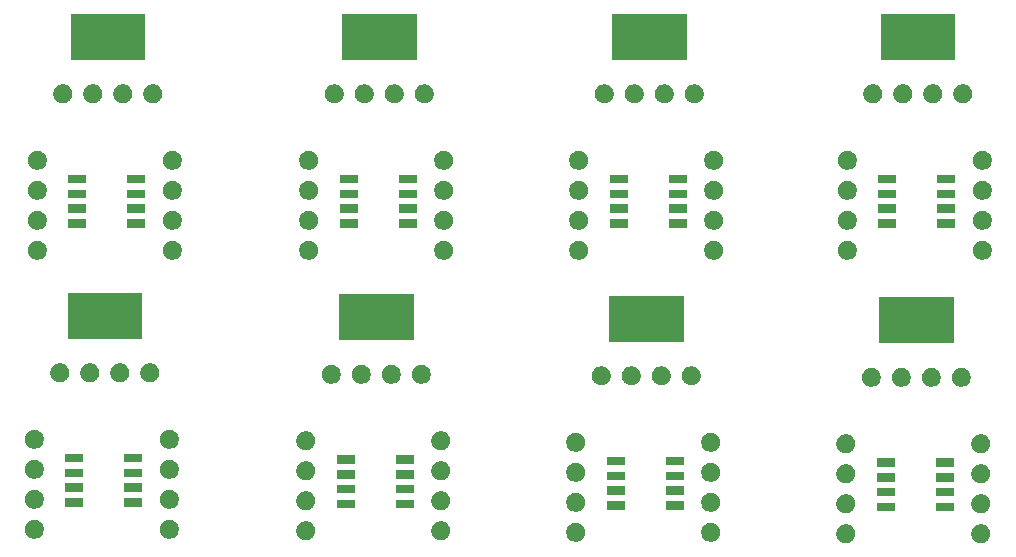
<source format=gbr>
G04 #@! TF.GenerationSoftware,KiCad,Pcbnew,(5.1.4)-1*
G04 #@! TF.CreationDate,2019-12-01T11:28:44-05:00*
G04 #@! TF.ProjectId,bob_ws2811_driver,626f625f-7773-4323-9831-315f64726976,rev?*
G04 #@! TF.SameCoordinates,Original*
G04 #@! TF.FileFunction,Soldermask,Top*
G04 #@! TF.FilePolarity,Negative*
%FSLAX46Y46*%
G04 Gerber Fmt 4.6, Leading zero omitted, Abs format (unit mm)*
G04 Created by KiCad (PCBNEW (5.1.4)-1) date 2019-12-01 11:28:44*
%MOMM*%
%LPD*%
G04 APERTURE LIST*
%ADD10C,0.100000*%
G04 APERTURE END LIST*
D10*
G36*
X114808000Y-53721000D02*
G01*
X108585000Y-53721000D01*
X108585000Y-49911000D01*
X114808000Y-49911000D01*
X114808000Y-53721000D01*
G37*
X114808000Y-53721000D02*
X108585000Y-53721000D01*
X108585000Y-49911000D01*
X114808000Y-49911000D01*
X114808000Y-53721000D01*
G36*
X137795000Y-53848000D02*
G01*
X131572000Y-53848000D01*
X131572000Y-50038000D01*
X137795000Y-50038000D01*
X137795000Y-53848000D01*
G37*
X137795000Y-53848000D02*
X131572000Y-53848000D01*
X131572000Y-50038000D01*
X137795000Y-50038000D01*
X137795000Y-53848000D01*
G36*
X160655000Y-53975000D02*
G01*
X154432000Y-53975000D01*
X154432000Y-50165000D01*
X160655000Y-50165000D01*
X160655000Y-53975000D01*
G37*
X160655000Y-53975000D02*
X154432000Y-53975000D01*
X154432000Y-50165000D01*
X160655000Y-50165000D01*
X160655000Y-53975000D01*
G36*
X183515000Y-54102000D02*
G01*
X177292000Y-54102000D01*
X177292000Y-50292000D01*
X183515000Y-50292000D01*
X183515000Y-54102000D01*
G37*
X183515000Y-54102000D02*
X177292000Y-54102000D01*
X177292000Y-50292000D01*
X183515000Y-50292000D01*
X183515000Y-54102000D01*
G36*
X183642000Y-30099000D02*
G01*
X177419000Y-30099000D01*
X177419000Y-26289000D01*
X183642000Y-26289000D01*
X183642000Y-30099000D01*
G37*
X183642000Y-30099000D02*
X177419000Y-30099000D01*
X177419000Y-26289000D01*
X183642000Y-26289000D01*
X183642000Y-30099000D01*
G36*
X160909000Y-30099000D02*
G01*
X154686000Y-30099000D01*
X154686000Y-26289000D01*
X160909000Y-26289000D01*
X160909000Y-30099000D01*
G37*
X160909000Y-30099000D02*
X154686000Y-30099000D01*
X154686000Y-26289000D01*
X160909000Y-26289000D01*
X160909000Y-30099000D01*
G36*
X138049000Y-30099000D02*
G01*
X131826000Y-30099000D01*
X131826000Y-26289000D01*
X138049000Y-26289000D01*
X138049000Y-30099000D01*
G37*
X138049000Y-30099000D02*
X131826000Y-30099000D01*
X131826000Y-26289000D01*
X138049000Y-26289000D01*
X138049000Y-30099000D01*
G36*
X115062000Y-30099000D02*
G01*
X108839000Y-30099000D01*
X108839000Y-26289000D01*
X115062000Y-26289000D01*
X115062000Y-30099000D01*
G37*
X115062000Y-30099000D02*
X108839000Y-30099000D01*
X108839000Y-26289000D01*
X115062000Y-26289000D01*
X115062000Y-30099000D01*
G36*
X186113642Y-69539781D02*
G01*
X186259414Y-69600162D01*
X186259416Y-69600163D01*
X186390608Y-69687822D01*
X186502178Y-69799392D01*
X186517523Y-69822358D01*
X186589838Y-69930586D01*
X186650219Y-70076358D01*
X186681000Y-70231107D01*
X186681000Y-70388893D01*
X186650219Y-70543642D01*
X186610787Y-70638838D01*
X186589837Y-70689416D01*
X186502178Y-70820608D01*
X186390608Y-70932178D01*
X186259416Y-71019837D01*
X186259415Y-71019838D01*
X186259414Y-71019838D01*
X186113642Y-71080219D01*
X185958893Y-71111000D01*
X185801107Y-71111000D01*
X185646358Y-71080219D01*
X185500586Y-71019838D01*
X185500585Y-71019838D01*
X185500584Y-71019837D01*
X185369392Y-70932178D01*
X185257822Y-70820608D01*
X185170163Y-70689416D01*
X185149213Y-70638838D01*
X185109781Y-70543642D01*
X185079000Y-70388893D01*
X185079000Y-70231107D01*
X185109781Y-70076358D01*
X185170162Y-69930586D01*
X185242477Y-69822358D01*
X185257822Y-69799392D01*
X185369392Y-69687822D01*
X185500584Y-69600163D01*
X185500586Y-69600162D01*
X185646358Y-69539781D01*
X185801107Y-69509000D01*
X185958893Y-69509000D01*
X186113642Y-69539781D01*
X186113642Y-69539781D01*
G37*
G36*
X174683642Y-69539781D02*
G01*
X174829414Y-69600162D01*
X174829416Y-69600163D01*
X174960608Y-69687822D01*
X175072178Y-69799392D01*
X175087523Y-69822358D01*
X175159838Y-69930586D01*
X175220219Y-70076358D01*
X175251000Y-70231107D01*
X175251000Y-70388893D01*
X175220219Y-70543642D01*
X175180787Y-70638838D01*
X175159837Y-70689416D01*
X175072178Y-70820608D01*
X174960608Y-70932178D01*
X174829416Y-71019837D01*
X174829415Y-71019838D01*
X174829414Y-71019838D01*
X174683642Y-71080219D01*
X174528893Y-71111000D01*
X174371107Y-71111000D01*
X174216358Y-71080219D01*
X174070586Y-71019838D01*
X174070585Y-71019838D01*
X174070584Y-71019837D01*
X173939392Y-70932178D01*
X173827822Y-70820608D01*
X173740163Y-70689416D01*
X173719213Y-70638838D01*
X173679781Y-70543642D01*
X173649000Y-70388893D01*
X173649000Y-70231107D01*
X173679781Y-70076358D01*
X173740162Y-69930586D01*
X173812477Y-69822358D01*
X173827822Y-69799392D01*
X173939392Y-69687822D01*
X174070584Y-69600163D01*
X174070586Y-69600162D01*
X174216358Y-69539781D01*
X174371107Y-69509000D01*
X174528893Y-69509000D01*
X174683642Y-69539781D01*
X174683642Y-69539781D01*
G37*
G36*
X163253642Y-69412781D02*
G01*
X163399414Y-69473162D01*
X163399416Y-69473163D01*
X163530608Y-69560822D01*
X163642178Y-69672392D01*
X163729837Y-69803584D01*
X163729838Y-69803586D01*
X163790219Y-69949358D01*
X163821000Y-70104107D01*
X163821000Y-70261893D01*
X163790219Y-70416642D01*
X163737613Y-70543643D01*
X163729837Y-70562416D01*
X163642178Y-70693608D01*
X163530608Y-70805178D01*
X163399416Y-70892837D01*
X163399415Y-70892838D01*
X163399414Y-70892838D01*
X163253642Y-70953219D01*
X163098893Y-70984000D01*
X162941107Y-70984000D01*
X162786358Y-70953219D01*
X162640586Y-70892838D01*
X162640585Y-70892838D01*
X162640584Y-70892837D01*
X162509392Y-70805178D01*
X162397822Y-70693608D01*
X162310163Y-70562416D01*
X162302387Y-70543643D01*
X162249781Y-70416642D01*
X162219000Y-70261893D01*
X162219000Y-70104107D01*
X162249781Y-69949358D01*
X162310162Y-69803586D01*
X162310163Y-69803584D01*
X162397822Y-69672392D01*
X162509392Y-69560822D01*
X162640584Y-69473163D01*
X162640586Y-69473162D01*
X162786358Y-69412781D01*
X162941107Y-69382000D01*
X163098893Y-69382000D01*
X163253642Y-69412781D01*
X163253642Y-69412781D01*
G37*
G36*
X151823642Y-69412781D02*
G01*
X151969414Y-69473162D01*
X151969416Y-69473163D01*
X152100608Y-69560822D01*
X152212178Y-69672392D01*
X152299837Y-69803584D01*
X152299838Y-69803586D01*
X152360219Y-69949358D01*
X152391000Y-70104107D01*
X152391000Y-70261893D01*
X152360219Y-70416642D01*
X152307613Y-70543643D01*
X152299837Y-70562416D01*
X152212178Y-70693608D01*
X152100608Y-70805178D01*
X151969416Y-70892837D01*
X151969415Y-70892838D01*
X151969414Y-70892838D01*
X151823642Y-70953219D01*
X151668893Y-70984000D01*
X151511107Y-70984000D01*
X151356358Y-70953219D01*
X151210586Y-70892838D01*
X151210585Y-70892838D01*
X151210584Y-70892837D01*
X151079392Y-70805178D01*
X150967822Y-70693608D01*
X150880163Y-70562416D01*
X150872387Y-70543643D01*
X150819781Y-70416642D01*
X150789000Y-70261893D01*
X150789000Y-70104107D01*
X150819781Y-69949358D01*
X150880162Y-69803586D01*
X150880163Y-69803584D01*
X150967822Y-69672392D01*
X151079392Y-69560822D01*
X151210584Y-69473163D01*
X151210586Y-69473162D01*
X151356358Y-69412781D01*
X151511107Y-69382000D01*
X151668893Y-69382000D01*
X151823642Y-69412781D01*
X151823642Y-69412781D01*
G37*
G36*
X128963642Y-69285781D02*
G01*
X129109414Y-69346162D01*
X129109416Y-69346163D01*
X129240608Y-69433822D01*
X129352178Y-69545392D01*
X129439837Y-69676584D01*
X129439838Y-69676586D01*
X129500219Y-69822358D01*
X129531000Y-69977107D01*
X129531000Y-70134893D01*
X129500219Y-70289642D01*
X129447613Y-70416643D01*
X129439837Y-70435416D01*
X129352178Y-70566608D01*
X129240608Y-70678178D01*
X129109416Y-70765837D01*
X129109415Y-70765838D01*
X129109414Y-70765838D01*
X128963642Y-70826219D01*
X128808893Y-70857000D01*
X128651107Y-70857000D01*
X128496358Y-70826219D01*
X128350586Y-70765838D01*
X128350585Y-70765838D01*
X128350584Y-70765837D01*
X128219392Y-70678178D01*
X128107822Y-70566608D01*
X128020163Y-70435416D01*
X128012387Y-70416643D01*
X127959781Y-70289642D01*
X127929000Y-70134893D01*
X127929000Y-69977107D01*
X127959781Y-69822358D01*
X128020162Y-69676586D01*
X128020163Y-69676584D01*
X128107822Y-69545392D01*
X128219392Y-69433822D01*
X128350584Y-69346163D01*
X128350586Y-69346162D01*
X128496358Y-69285781D01*
X128651107Y-69255000D01*
X128808893Y-69255000D01*
X128963642Y-69285781D01*
X128963642Y-69285781D01*
G37*
G36*
X140393642Y-69285781D02*
G01*
X140539414Y-69346162D01*
X140539416Y-69346163D01*
X140670608Y-69433822D01*
X140782178Y-69545392D01*
X140869837Y-69676584D01*
X140869838Y-69676586D01*
X140930219Y-69822358D01*
X140961000Y-69977107D01*
X140961000Y-70134893D01*
X140930219Y-70289642D01*
X140877613Y-70416643D01*
X140869837Y-70435416D01*
X140782178Y-70566608D01*
X140670608Y-70678178D01*
X140539416Y-70765837D01*
X140539415Y-70765838D01*
X140539414Y-70765838D01*
X140393642Y-70826219D01*
X140238893Y-70857000D01*
X140081107Y-70857000D01*
X139926358Y-70826219D01*
X139780586Y-70765838D01*
X139780585Y-70765838D01*
X139780584Y-70765837D01*
X139649392Y-70678178D01*
X139537822Y-70566608D01*
X139450163Y-70435416D01*
X139442387Y-70416643D01*
X139389781Y-70289642D01*
X139359000Y-70134893D01*
X139359000Y-69977107D01*
X139389781Y-69822358D01*
X139450162Y-69676586D01*
X139450163Y-69676584D01*
X139537822Y-69545392D01*
X139649392Y-69433822D01*
X139780584Y-69346163D01*
X139780586Y-69346162D01*
X139926358Y-69285781D01*
X140081107Y-69255000D01*
X140238893Y-69255000D01*
X140393642Y-69285781D01*
X140393642Y-69285781D01*
G37*
G36*
X105976642Y-69158781D02*
G01*
X106122414Y-69219162D01*
X106122416Y-69219163D01*
X106253608Y-69306822D01*
X106365178Y-69418392D01*
X106452837Y-69549584D01*
X106452838Y-69549586D01*
X106513219Y-69695358D01*
X106544000Y-69850107D01*
X106544000Y-70007893D01*
X106513219Y-70162642D01*
X106460613Y-70289643D01*
X106452837Y-70308416D01*
X106365178Y-70439608D01*
X106253608Y-70551178D01*
X106122416Y-70638837D01*
X106122415Y-70638838D01*
X106122414Y-70638838D01*
X105976642Y-70699219D01*
X105821893Y-70730000D01*
X105664107Y-70730000D01*
X105509358Y-70699219D01*
X105363586Y-70638838D01*
X105363585Y-70638838D01*
X105363584Y-70638837D01*
X105232392Y-70551178D01*
X105120822Y-70439608D01*
X105033163Y-70308416D01*
X105025387Y-70289643D01*
X104972781Y-70162642D01*
X104942000Y-70007893D01*
X104942000Y-69850107D01*
X104972781Y-69695358D01*
X105033162Y-69549586D01*
X105033163Y-69549584D01*
X105120822Y-69418392D01*
X105232392Y-69306822D01*
X105363584Y-69219163D01*
X105363586Y-69219162D01*
X105509358Y-69158781D01*
X105664107Y-69128000D01*
X105821893Y-69128000D01*
X105976642Y-69158781D01*
X105976642Y-69158781D01*
G37*
G36*
X117406642Y-69158781D02*
G01*
X117552414Y-69219162D01*
X117552416Y-69219163D01*
X117683608Y-69306822D01*
X117795178Y-69418392D01*
X117882837Y-69549584D01*
X117882838Y-69549586D01*
X117943219Y-69695358D01*
X117974000Y-69850107D01*
X117974000Y-70007893D01*
X117943219Y-70162642D01*
X117890613Y-70289643D01*
X117882837Y-70308416D01*
X117795178Y-70439608D01*
X117683608Y-70551178D01*
X117552416Y-70638837D01*
X117552415Y-70638838D01*
X117552414Y-70638838D01*
X117406642Y-70699219D01*
X117251893Y-70730000D01*
X117094107Y-70730000D01*
X116939358Y-70699219D01*
X116793586Y-70638838D01*
X116793585Y-70638838D01*
X116793584Y-70638837D01*
X116662392Y-70551178D01*
X116550822Y-70439608D01*
X116463163Y-70308416D01*
X116455387Y-70289643D01*
X116402781Y-70162642D01*
X116372000Y-70007893D01*
X116372000Y-69850107D01*
X116402781Y-69695358D01*
X116463162Y-69549586D01*
X116463163Y-69549584D01*
X116550822Y-69418392D01*
X116662392Y-69306822D01*
X116793584Y-69219163D01*
X116793586Y-69219162D01*
X116939358Y-69158781D01*
X117094107Y-69128000D01*
X117251893Y-69128000D01*
X117406642Y-69158781D01*
X117406642Y-69158781D01*
G37*
G36*
X174683642Y-66999781D02*
G01*
X174829414Y-67060162D01*
X174829416Y-67060163D01*
X174960608Y-67147822D01*
X175072178Y-67259392D01*
X175106064Y-67310107D01*
X175159838Y-67390586D01*
X175220219Y-67536358D01*
X175251000Y-67691107D01*
X175251000Y-67848893D01*
X175220219Y-68003642D01*
X175159838Y-68149414D01*
X175159837Y-68149416D01*
X175072178Y-68280608D01*
X174960608Y-68392178D01*
X174829416Y-68479837D01*
X174829415Y-68479838D01*
X174829414Y-68479838D01*
X174683642Y-68540219D01*
X174528893Y-68571000D01*
X174371107Y-68571000D01*
X174216358Y-68540219D01*
X174070586Y-68479838D01*
X174070585Y-68479838D01*
X174070584Y-68479837D01*
X173939392Y-68392178D01*
X173827822Y-68280608D01*
X173740163Y-68149416D01*
X173740162Y-68149414D01*
X173679781Y-68003642D01*
X173649000Y-67848893D01*
X173649000Y-67691107D01*
X173679781Y-67536358D01*
X173740162Y-67390586D01*
X173793936Y-67310107D01*
X173827822Y-67259392D01*
X173939392Y-67147822D01*
X174070584Y-67060163D01*
X174070586Y-67060162D01*
X174216358Y-66999781D01*
X174371107Y-66969000D01*
X174528893Y-66969000D01*
X174683642Y-66999781D01*
X174683642Y-66999781D01*
G37*
G36*
X186113642Y-66999781D02*
G01*
X186259414Y-67060162D01*
X186259416Y-67060163D01*
X186390608Y-67147822D01*
X186502178Y-67259392D01*
X186536064Y-67310107D01*
X186589838Y-67390586D01*
X186650219Y-67536358D01*
X186681000Y-67691107D01*
X186681000Y-67848893D01*
X186650219Y-68003642D01*
X186589838Y-68149414D01*
X186589837Y-68149416D01*
X186502178Y-68280608D01*
X186390608Y-68392178D01*
X186259416Y-68479837D01*
X186259415Y-68479838D01*
X186259414Y-68479838D01*
X186113642Y-68540219D01*
X185958893Y-68571000D01*
X185801107Y-68571000D01*
X185646358Y-68540219D01*
X185500586Y-68479838D01*
X185500585Y-68479838D01*
X185500584Y-68479837D01*
X185369392Y-68392178D01*
X185257822Y-68280608D01*
X185170163Y-68149416D01*
X185170162Y-68149414D01*
X185109781Y-68003642D01*
X185079000Y-67848893D01*
X185079000Y-67691107D01*
X185109781Y-67536358D01*
X185170162Y-67390586D01*
X185223936Y-67310107D01*
X185257822Y-67259392D01*
X185369392Y-67147822D01*
X185500584Y-67060163D01*
X185500586Y-67060162D01*
X185646358Y-66999781D01*
X185801107Y-66969000D01*
X185958893Y-66969000D01*
X186113642Y-66999781D01*
X186113642Y-66999781D01*
G37*
G36*
X151823642Y-66872781D02*
G01*
X151969414Y-66933162D01*
X151969416Y-66933163D01*
X152100608Y-67020822D01*
X152212178Y-67132392D01*
X152299837Y-67263584D01*
X152299838Y-67263586D01*
X152360219Y-67409358D01*
X152391000Y-67564107D01*
X152391000Y-67721893D01*
X152360219Y-67876642D01*
X152299838Y-68022414D01*
X152299837Y-68022416D01*
X152212178Y-68153608D01*
X152100608Y-68265178D01*
X151969416Y-68352837D01*
X151969415Y-68352838D01*
X151969414Y-68352838D01*
X151823642Y-68413219D01*
X151668893Y-68444000D01*
X151511107Y-68444000D01*
X151356358Y-68413219D01*
X151210586Y-68352838D01*
X151210585Y-68352838D01*
X151210584Y-68352837D01*
X151079392Y-68265178D01*
X150967822Y-68153608D01*
X150880163Y-68022416D01*
X150880162Y-68022414D01*
X150819781Y-67876642D01*
X150789000Y-67721893D01*
X150789000Y-67564107D01*
X150819781Y-67409358D01*
X150880162Y-67263586D01*
X150880163Y-67263584D01*
X150967822Y-67132392D01*
X151079392Y-67020822D01*
X151210584Y-66933163D01*
X151210586Y-66933162D01*
X151356358Y-66872781D01*
X151511107Y-66842000D01*
X151668893Y-66842000D01*
X151823642Y-66872781D01*
X151823642Y-66872781D01*
G37*
G36*
X163253642Y-66872781D02*
G01*
X163399414Y-66933162D01*
X163399416Y-66933163D01*
X163530608Y-67020822D01*
X163642178Y-67132392D01*
X163729837Y-67263584D01*
X163729838Y-67263586D01*
X163790219Y-67409358D01*
X163821000Y-67564107D01*
X163821000Y-67721893D01*
X163790219Y-67876642D01*
X163729838Y-68022414D01*
X163729837Y-68022416D01*
X163642178Y-68153608D01*
X163530608Y-68265178D01*
X163399416Y-68352837D01*
X163399415Y-68352838D01*
X163399414Y-68352838D01*
X163253642Y-68413219D01*
X163098893Y-68444000D01*
X162941107Y-68444000D01*
X162786358Y-68413219D01*
X162640586Y-68352838D01*
X162640585Y-68352838D01*
X162640584Y-68352837D01*
X162509392Y-68265178D01*
X162397822Y-68153608D01*
X162310163Y-68022416D01*
X162310162Y-68022414D01*
X162249781Y-67876642D01*
X162219000Y-67721893D01*
X162219000Y-67564107D01*
X162249781Y-67409358D01*
X162310162Y-67263586D01*
X162310163Y-67263584D01*
X162397822Y-67132392D01*
X162509392Y-67020822D01*
X162640584Y-66933163D01*
X162640586Y-66933162D01*
X162786358Y-66872781D01*
X162941107Y-66842000D01*
X163098893Y-66842000D01*
X163253642Y-66872781D01*
X163253642Y-66872781D01*
G37*
G36*
X183591000Y-68393000D02*
G01*
X182089000Y-68393000D01*
X182089000Y-67691000D01*
X183591000Y-67691000D01*
X183591000Y-68393000D01*
X183591000Y-68393000D01*
G37*
G36*
X178591000Y-68393000D02*
G01*
X177089000Y-68393000D01*
X177089000Y-67691000D01*
X178591000Y-67691000D01*
X178591000Y-68393000D01*
X178591000Y-68393000D01*
G37*
G36*
X128963642Y-66745781D02*
G01*
X129109414Y-66806162D01*
X129109416Y-66806163D01*
X129240608Y-66893822D01*
X129352178Y-67005392D01*
X129439837Y-67136584D01*
X129439838Y-67136586D01*
X129500219Y-67282358D01*
X129531000Y-67437107D01*
X129531000Y-67594893D01*
X129500219Y-67749642D01*
X129447613Y-67876643D01*
X129439837Y-67895416D01*
X129352178Y-68026608D01*
X129240608Y-68138178D01*
X129109416Y-68225837D01*
X129109415Y-68225838D01*
X129109414Y-68225838D01*
X128963642Y-68286219D01*
X128808893Y-68317000D01*
X128651107Y-68317000D01*
X128496358Y-68286219D01*
X128350586Y-68225838D01*
X128350585Y-68225838D01*
X128350584Y-68225837D01*
X128219392Y-68138178D01*
X128107822Y-68026608D01*
X128020163Y-67895416D01*
X128012387Y-67876643D01*
X127959781Y-67749642D01*
X127929000Y-67594893D01*
X127929000Y-67437107D01*
X127959781Y-67282358D01*
X128020162Y-67136586D01*
X128020163Y-67136584D01*
X128107822Y-67005392D01*
X128219392Y-66893822D01*
X128350584Y-66806163D01*
X128350586Y-66806162D01*
X128496358Y-66745781D01*
X128651107Y-66715000D01*
X128808893Y-66715000D01*
X128963642Y-66745781D01*
X128963642Y-66745781D01*
G37*
G36*
X140393642Y-66745781D02*
G01*
X140539414Y-66806162D01*
X140539416Y-66806163D01*
X140670608Y-66893822D01*
X140782178Y-67005392D01*
X140869837Y-67136584D01*
X140869838Y-67136586D01*
X140930219Y-67282358D01*
X140961000Y-67437107D01*
X140961000Y-67594893D01*
X140930219Y-67749642D01*
X140877613Y-67876643D01*
X140869837Y-67895416D01*
X140782178Y-68026608D01*
X140670608Y-68138178D01*
X140539416Y-68225837D01*
X140539415Y-68225838D01*
X140539414Y-68225838D01*
X140393642Y-68286219D01*
X140238893Y-68317000D01*
X140081107Y-68317000D01*
X139926358Y-68286219D01*
X139780586Y-68225838D01*
X139780585Y-68225838D01*
X139780584Y-68225837D01*
X139649392Y-68138178D01*
X139537822Y-68026608D01*
X139450163Y-67895416D01*
X139442387Y-67876643D01*
X139389781Y-67749642D01*
X139359000Y-67594893D01*
X139359000Y-67437107D01*
X139389781Y-67282358D01*
X139450162Y-67136586D01*
X139450163Y-67136584D01*
X139537822Y-67005392D01*
X139649392Y-66893822D01*
X139780584Y-66806163D01*
X139780586Y-66806162D01*
X139926358Y-66745781D01*
X140081107Y-66715000D01*
X140238893Y-66715000D01*
X140393642Y-66745781D01*
X140393642Y-66745781D01*
G37*
G36*
X160731000Y-68266000D02*
G01*
X159229000Y-68266000D01*
X159229000Y-67564000D01*
X160731000Y-67564000D01*
X160731000Y-68266000D01*
X160731000Y-68266000D01*
G37*
G36*
X155731000Y-68266000D02*
G01*
X154229000Y-68266000D01*
X154229000Y-67564000D01*
X155731000Y-67564000D01*
X155731000Y-68266000D01*
X155731000Y-68266000D01*
G37*
G36*
X105976642Y-66618781D02*
G01*
X106122414Y-66679162D01*
X106122416Y-66679163D01*
X106253608Y-66766822D01*
X106365178Y-66878392D01*
X106452837Y-67009584D01*
X106452838Y-67009586D01*
X106513219Y-67155358D01*
X106544000Y-67310107D01*
X106544000Y-67467893D01*
X106513219Y-67622642D01*
X106460613Y-67749643D01*
X106452837Y-67768416D01*
X106365178Y-67899608D01*
X106253608Y-68011178D01*
X106122416Y-68098837D01*
X106122415Y-68098838D01*
X106122414Y-68098838D01*
X105976642Y-68159219D01*
X105821893Y-68190000D01*
X105664107Y-68190000D01*
X105509358Y-68159219D01*
X105363586Y-68098838D01*
X105363585Y-68098838D01*
X105363584Y-68098837D01*
X105232392Y-68011178D01*
X105120822Y-67899608D01*
X105033163Y-67768416D01*
X105025387Y-67749643D01*
X104972781Y-67622642D01*
X104942000Y-67467893D01*
X104942000Y-67310107D01*
X104972781Y-67155358D01*
X105033162Y-67009586D01*
X105033163Y-67009584D01*
X105120822Y-66878392D01*
X105232392Y-66766822D01*
X105363584Y-66679163D01*
X105363586Y-66679162D01*
X105509358Y-66618781D01*
X105664107Y-66588000D01*
X105821893Y-66588000D01*
X105976642Y-66618781D01*
X105976642Y-66618781D01*
G37*
G36*
X117406642Y-66618781D02*
G01*
X117552414Y-66679162D01*
X117552416Y-66679163D01*
X117683608Y-66766822D01*
X117795178Y-66878392D01*
X117882837Y-67009584D01*
X117882838Y-67009586D01*
X117943219Y-67155358D01*
X117974000Y-67310107D01*
X117974000Y-67467893D01*
X117943219Y-67622642D01*
X117890613Y-67749643D01*
X117882837Y-67768416D01*
X117795178Y-67899608D01*
X117683608Y-68011178D01*
X117552416Y-68098837D01*
X117552415Y-68098838D01*
X117552414Y-68098838D01*
X117406642Y-68159219D01*
X117251893Y-68190000D01*
X117094107Y-68190000D01*
X116939358Y-68159219D01*
X116793586Y-68098838D01*
X116793585Y-68098838D01*
X116793584Y-68098837D01*
X116662392Y-68011178D01*
X116550822Y-67899608D01*
X116463163Y-67768416D01*
X116455387Y-67749643D01*
X116402781Y-67622642D01*
X116372000Y-67467893D01*
X116372000Y-67310107D01*
X116402781Y-67155358D01*
X116463162Y-67009586D01*
X116463163Y-67009584D01*
X116550822Y-66878392D01*
X116662392Y-66766822D01*
X116793584Y-66679163D01*
X116793586Y-66679162D01*
X116939358Y-66618781D01*
X117094107Y-66588000D01*
X117251893Y-66588000D01*
X117406642Y-66618781D01*
X117406642Y-66618781D01*
G37*
G36*
X132871000Y-68139000D02*
G01*
X131369000Y-68139000D01*
X131369000Y-67437000D01*
X132871000Y-67437000D01*
X132871000Y-68139000D01*
X132871000Y-68139000D01*
G37*
G36*
X137871000Y-68139000D02*
G01*
X136369000Y-68139000D01*
X136369000Y-67437000D01*
X137871000Y-67437000D01*
X137871000Y-68139000D01*
X137871000Y-68139000D01*
G37*
G36*
X114884000Y-68012000D02*
G01*
X113382000Y-68012000D01*
X113382000Y-67310000D01*
X114884000Y-67310000D01*
X114884000Y-68012000D01*
X114884000Y-68012000D01*
G37*
G36*
X109884000Y-68012000D02*
G01*
X108382000Y-68012000D01*
X108382000Y-67310000D01*
X109884000Y-67310000D01*
X109884000Y-68012000D01*
X109884000Y-68012000D01*
G37*
G36*
X183591000Y-67143000D02*
G01*
X182089000Y-67143000D01*
X182089000Y-66441000D01*
X183591000Y-66441000D01*
X183591000Y-67143000D01*
X183591000Y-67143000D01*
G37*
G36*
X178591000Y-67143000D02*
G01*
X177089000Y-67143000D01*
X177089000Y-66441000D01*
X178591000Y-66441000D01*
X178591000Y-67143000D01*
X178591000Y-67143000D01*
G37*
G36*
X155731000Y-67016000D02*
G01*
X154229000Y-67016000D01*
X154229000Y-66314000D01*
X155731000Y-66314000D01*
X155731000Y-67016000D01*
X155731000Y-67016000D01*
G37*
G36*
X160731000Y-67016000D02*
G01*
X159229000Y-67016000D01*
X159229000Y-66314000D01*
X160731000Y-66314000D01*
X160731000Y-67016000D01*
X160731000Y-67016000D01*
G37*
G36*
X137871000Y-66889000D02*
G01*
X136369000Y-66889000D01*
X136369000Y-66187000D01*
X137871000Y-66187000D01*
X137871000Y-66889000D01*
X137871000Y-66889000D01*
G37*
G36*
X132871000Y-66889000D02*
G01*
X131369000Y-66889000D01*
X131369000Y-66187000D01*
X132871000Y-66187000D01*
X132871000Y-66889000D01*
X132871000Y-66889000D01*
G37*
G36*
X114884000Y-66762000D02*
G01*
X113382000Y-66762000D01*
X113382000Y-66060000D01*
X114884000Y-66060000D01*
X114884000Y-66762000D01*
X114884000Y-66762000D01*
G37*
G36*
X109884000Y-66762000D02*
G01*
X108382000Y-66762000D01*
X108382000Y-66060000D01*
X109884000Y-66060000D01*
X109884000Y-66762000D01*
X109884000Y-66762000D01*
G37*
G36*
X186113642Y-64459781D02*
G01*
X186249366Y-64516000D01*
X186259416Y-64520163D01*
X186390608Y-64607822D01*
X186502178Y-64719392D01*
X186589837Y-64850584D01*
X186589838Y-64850586D01*
X186650219Y-64996358D01*
X186681000Y-65151107D01*
X186681000Y-65308893D01*
X186650219Y-65463642D01*
X186610787Y-65558838D01*
X186589837Y-65609416D01*
X186502178Y-65740608D01*
X186390608Y-65852178D01*
X186259416Y-65939837D01*
X186259415Y-65939838D01*
X186259414Y-65939838D01*
X186113642Y-66000219D01*
X185958893Y-66031000D01*
X185801107Y-66031000D01*
X185646358Y-66000219D01*
X185500586Y-65939838D01*
X185500585Y-65939838D01*
X185500584Y-65939837D01*
X185369392Y-65852178D01*
X185257822Y-65740608D01*
X185170163Y-65609416D01*
X185149213Y-65558838D01*
X185109781Y-65463642D01*
X185079000Y-65308893D01*
X185079000Y-65151107D01*
X185109781Y-64996358D01*
X185170162Y-64850586D01*
X185170163Y-64850584D01*
X185257822Y-64719392D01*
X185369392Y-64607822D01*
X185500584Y-64520163D01*
X185510634Y-64516000D01*
X185646358Y-64459781D01*
X185801107Y-64429000D01*
X185958893Y-64429000D01*
X186113642Y-64459781D01*
X186113642Y-64459781D01*
G37*
G36*
X174683642Y-64459781D02*
G01*
X174819366Y-64516000D01*
X174829416Y-64520163D01*
X174960608Y-64607822D01*
X175072178Y-64719392D01*
X175159837Y-64850584D01*
X175159838Y-64850586D01*
X175220219Y-64996358D01*
X175251000Y-65151107D01*
X175251000Y-65308893D01*
X175220219Y-65463642D01*
X175180787Y-65558838D01*
X175159837Y-65609416D01*
X175072178Y-65740608D01*
X174960608Y-65852178D01*
X174829416Y-65939837D01*
X174829415Y-65939838D01*
X174829414Y-65939838D01*
X174683642Y-66000219D01*
X174528893Y-66031000D01*
X174371107Y-66031000D01*
X174216358Y-66000219D01*
X174070586Y-65939838D01*
X174070585Y-65939838D01*
X174070584Y-65939837D01*
X173939392Y-65852178D01*
X173827822Y-65740608D01*
X173740163Y-65609416D01*
X173719213Y-65558838D01*
X173679781Y-65463642D01*
X173649000Y-65308893D01*
X173649000Y-65151107D01*
X173679781Y-64996358D01*
X173740162Y-64850586D01*
X173740163Y-64850584D01*
X173827822Y-64719392D01*
X173939392Y-64607822D01*
X174070584Y-64520163D01*
X174080634Y-64516000D01*
X174216358Y-64459781D01*
X174371107Y-64429000D01*
X174528893Y-64429000D01*
X174683642Y-64459781D01*
X174683642Y-64459781D01*
G37*
G36*
X163253642Y-64332781D02*
G01*
X163389366Y-64389000D01*
X163399416Y-64393163D01*
X163530608Y-64480822D01*
X163642178Y-64592392D01*
X163729837Y-64723584D01*
X163729838Y-64723586D01*
X163790219Y-64869358D01*
X163821000Y-65024107D01*
X163821000Y-65181893D01*
X163790219Y-65336642D01*
X163737613Y-65463643D01*
X163729837Y-65482416D01*
X163642178Y-65613608D01*
X163530608Y-65725178D01*
X163399416Y-65812837D01*
X163399415Y-65812838D01*
X163399414Y-65812838D01*
X163253642Y-65873219D01*
X163098893Y-65904000D01*
X162941107Y-65904000D01*
X162786358Y-65873219D01*
X162640586Y-65812838D01*
X162640585Y-65812838D01*
X162640584Y-65812837D01*
X162509392Y-65725178D01*
X162397822Y-65613608D01*
X162310163Y-65482416D01*
X162302387Y-65463643D01*
X162249781Y-65336642D01*
X162219000Y-65181893D01*
X162219000Y-65024107D01*
X162249781Y-64869358D01*
X162310162Y-64723586D01*
X162310163Y-64723584D01*
X162397822Y-64592392D01*
X162509392Y-64480822D01*
X162640584Y-64393163D01*
X162650634Y-64389000D01*
X162786358Y-64332781D01*
X162941107Y-64302000D01*
X163098893Y-64302000D01*
X163253642Y-64332781D01*
X163253642Y-64332781D01*
G37*
G36*
X151823642Y-64332781D02*
G01*
X151959366Y-64389000D01*
X151969416Y-64393163D01*
X152100608Y-64480822D01*
X152212178Y-64592392D01*
X152299837Y-64723584D01*
X152299838Y-64723586D01*
X152360219Y-64869358D01*
X152391000Y-65024107D01*
X152391000Y-65181893D01*
X152360219Y-65336642D01*
X152307613Y-65463643D01*
X152299837Y-65482416D01*
X152212178Y-65613608D01*
X152100608Y-65725178D01*
X151969416Y-65812837D01*
X151969415Y-65812838D01*
X151969414Y-65812838D01*
X151823642Y-65873219D01*
X151668893Y-65904000D01*
X151511107Y-65904000D01*
X151356358Y-65873219D01*
X151210586Y-65812838D01*
X151210585Y-65812838D01*
X151210584Y-65812837D01*
X151079392Y-65725178D01*
X150967822Y-65613608D01*
X150880163Y-65482416D01*
X150872387Y-65463643D01*
X150819781Y-65336642D01*
X150789000Y-65181893D01*
X150789000Y-65024107D01*
X150819781Y-64869358D01*
X150880162Y-64723586D01*
X150880163Y-64723584D01*
X150967822Y-64592392D01*
X151079392Y-64480822D01*
X151210584Y-64393163D01*
X151220634Y-64389000D01*
X151356358Y-64332781D01*
X151511107Y-64302000D01*
X151668893Y-64302000D01*
X151823642Y-64332781D01*
X151823642Y-64332781D01*
G37*
G36*
X183591000Y-65893000D02*
G01*
X182089000Y-65893000D01*
X182089000Y-65191000D01*
X183591000Y-65191000D01*
X183591000Y-65893000D01*
X183591000Y-65893000D01*
G37*
G36*
X178591000Y-65893000D02*
G01*
X177089000Y-65893000D01*
X177089000Y-65191000D01*
X178591000Y-65191000D01*
X178591000Y-65893000D01*
X178591000Y-65893000D01*
G37*
G36*
X128963642Y-64205781D02*
G01*
X129099366Y-64262000D01*
X129109416Y-64266163D01*
X129240608Y-64353822D01*
X129352178Y-64465392D01*
X129439837Y-64596584D01*
X129439838Y-64596586D01*
X129500219Y-64742358D01*
X129531000Y-64897107D01*
X129531000Y-65054893D01*
X129500219Y-65209642D01*
X129447613Y-65336643D01*
X129439837Y-65355416D01*
X129352178Y-65486608D01*
X129240608Y-65598178D01*
X129109416Y-65685837D01*
X129109415Y-65685838D01*
X129109414Y-65685838D01*
X128963642Y-65746219D01*
X128808893Y-65777000D01*
X128651107Y-65777000D01*
X128496358Y-65746219D01*
X128350586Y-65685838D01*
X128350585Y-65685838D01*
X128350584Y-65685837D01*
X128219392Y-65598178D01*
X128107822Y-65486608D01*
X128020163Y-65355416D01*
X128012387Y-65336643D01*
X127959781Y-65209642D01*
X127929000Y-65054893D01*
X127929000Y-64897107D01*
X127959781Y-64742358D01*
X128020162Y-64596586D01*
X128020163Y-64596584D01*
X128107822Y-64465392D01*
X128219392Y-64353822D01*
X128350584Y-64266163D01*
X128360634Y-64262000D01*
X128496358Y-64205781D01*
X128651107Y-64175000D01*
X128808893Y-64175000D01*
X128963642Y-64205781D01*
X128963642Y-64205781D01*
G37*
G36*
X140393642Y-64205781D02*
G01*
X140529366Y-64262000D01*
X140539416Y-64266163D01*
X140670608Y-64353822D01*
X140782178Y-64465392D01*
X140869837Y-64596584D01*
X140869838Y-64596586D01*
X140930219Y-64742358D01*
X140961000Y-64897107D01*
X140961000Y-65054893D01*
X140930219Y-65209642D01*
X140877613Y-65336643D01*
X140869837Y-65355416D01*
X140782178Y-65486608D01*
X140670608Y-65598178D01*
X140539416Y-65685837D01*
X140539415Y-65685838D01*
X140539414Y-65685838D01*
X140393642Y-65746219D01*
X140238893Y-65777000D01*
X140081107Y-65777000D01*
X139926358Y-65746219D01*
X139780586Y-65685838D01*
X139780585Y-65685838D01*
X139780584Y-65685837D01*
X139649392Y-65598178D01*
X139537822Y-65486608D01*
X139450163Y-65355416D01*
X139442387Y-65336643D01*
X139389781Y-65209642D01*
X139359000Y-65054893D01*
X139359000Y-64897107D01*
X139389781Y-64742358D01*
X139450162Y-64596586D01*
X139450163Y-64596584D01*
X139537822Y-64465392D01*
X139649392Y-64353822D01*
X139780584Y-64266163D01*
X139790634Y-64262000D01*
X139926358Y-64205781D01*
X140081107Y-64175000D01*
X140238893Y-64175000D01*
X140393642Y-64205781D01*
X140393642Y-64205781D01*
G37*
G36*
X155731000Y-65766000D02*
G01*
X154229000Y-65766000D01*
X154229000Y-65064000D01*
X155731000Y-65064000D01*
X155731000Y-65766000D01*
X155731000Y-65766000D01*
G37*
G36*
X160731000Y-65766000D02*
G01*
X159229000Y-65766000D01*
X159229000Y-65064000D01*
X160731000Y-65064000D01*
X160731000Y-65766000D01*
X160731000Y-65766000D01*
G37*
G36*
X117406642Y-64078781D02*
G01*
X117552414Y-64139162D01*
X117552416Y-64139163D01*
X117683608Y-64226822D01*
X117795178Y-64338392D01*
X117882837Y-64469584D01*
X117882838Y-64469586D01*
X117943219Y-64615358D01*
X117974000Y-64770107D01*
X117974000Y-64927893D01*
X117943219Y-65082642D01*
X117890613Y-65209643D01*
X117882837Y-65228416D01*
X117795178Y-65359608D01*
X117683608Y-65471178D01*
X117552416Y-65558837D01*
X117552415Y-65558838D01*
X117552414Y-65558838D01*
X117406642Y-65619219D01*
X117251893Y-65650000D01*
X117094107Y-65650000D01*
X116939358Y-65619219D01*
X116793586Y-65558838D01*
X116793585Y-65558838D01*
X116793584Y-65558837D01*
X116662392Y-65471178D01*
X116550822Y-65359608D01*
X116463163Y-65228416D01*
X116455387Y-65209643D01*
X116402781Y-65082642D01*
X116372000Y-64927893D01*
X116372000Y-64770107D01*
X116402781Y-64615358D01*
X116463162Y-64469586D01*
X116463163Y-64469584D01*
X116550822Y-64338392D01*
X116662392Y-64226822D01*
X116793584Y-64139163D01*
X116793586Y-64139162D01*
X116939358Y-64078781D01*
X117094107Y-64048000D01*
X117251893Y-64048000D01*
X117406642Y-64078781D01*
X117406642Y-64078781D01*
G37*
G36*
X105976642Y-64078781D02*
G01*
X106122414Y-64139162D01*
X106122416Y-64139163D01*
X106253608Y-64226822D01*
X106365178Y-64338392D01*
X106452837Y-64469584D01*
X106452838Y-64469586D01*
X106513219Y-64615358D01*
X106544000Y-64770107D01*
X106544000Y-64927893D01*
X106513219Y-65082642D01*
X106460613Y-65209643D01*
X106452837Y-65228416D01*
X106365178Y-65359608D01*
X106253608Y-65471178D01*
X106122416Y-65558837D01*
X106122415Y-65558838D01*
X106122414Y-65558838D01*
X105976642Y-65619219D01*
X105821893Y-65650000D01*
X105664107Y-65650000D01*
X105509358Y-65619219D01*
X105363586Y-65558838D01*
X105363585Y-65558838D01*
X105363584Y-65558837D01*
X105232392Y-65471178D01*
X105120822Y-65359608D01*
X105033163Y-65228416D01*
X105025387Y-65209643D01*
X104972781Y-65082642D01*
X104942000Y-64927893D01*
X104942000Y-64770107D01*
X104972781Y-64615358D01*
X105033162Y-64469586D01*
X105033163Y-64469584D01*
X105120822Y-64338392D01*
X105232392Y-64226822D01*
X105363584Y-64139163D01*
X105363586Y-64139162D01*
X105509358Y-64078781D01*
X105664107Y-64048000D01*
X105821893Y-64048000D01*
X105976642Y-64078781D01*
X105976642Y-64078781D01*
G37*
G36*
X137871000Y-65639000D02*
G01*
X136369000Y-65639000D01*
X136369000Y-64937000D01*
X137871000Y-64937000D01*
X137871000Y-65639000D01*
X137871000Y-65639000D01*
G37*
G36*
X132871000Y-65639000D02*
G01*
X131369000Y-65639000D01*
X131369000Y-64937000D01*
X132871000Y-64937000D01*
X132871000Y-65639000D01*
X132871000Y-65639000D01*
G37*
G36*
X114884000Y-65512000D02*
G01*
X113382000Y-65512000D01*
X113382000Y-64810000D01*
X114884000Y-64810000D01*
X114884000Y-65512000D01*
X114884000Y-65512000D01*
G37*
G36*
X109884000Y-65512000D02*
G01*
X108382000Y-65512000D01*
X108382000Y-64810000D01*
X109884000Y-64810000D01*
X109884000Y-65512000D01*
X109884000Y-65512000D01*
G37*
G36*
X178591000Y-64643000D02*
G01*
X177089000Y-64643000D01*
X177089000Y-63941000D01*
X178591000Y-63941000D01*
X178591000Y-64643000D01*
X178591000Y-64643000D01*
G37*
G36*
X183591000Y-64643000D02*
G01*
X182089000Y-64643000D01*
X182089000Y-63941000D01*
X183591000Y-63941000D01*
X183591000Y-64643000D01*
X183591000Y-64643000D01*
G37*
G36*
X160731000Y-64516000D02*
G01*
X159229000Y-64516000D01*
X159229000Y-63814000D01*
X160731000Y-63814000D01*
X160731000Y-64516000D01*
X160731000Y-64516000D01*
G37*
G36*
X155731000Y-64516000D02*
G01*
X154229000Y-64516000D01*
X154229000Y-63814000D01*
X155731000Y-63814000D01*
X155731000Y-64516000D01*
X155731000Y-64516000D01*
G37*
G36*
X137871000Y-64389000D02*
G01*
X136369000Y-64389000D01*
X136369000Y-63687000D01*
X137871000Y-63687000D01*
X137871000Y-64389000D01*
X137871000Y-64389000D01*
G37*
G36*
X132871000Y-64389000D02*
G01*
X131369000Y-64389000D01*
X131369000Y-63687000D01*
X132871000Y-63687000D01*
X132871000Y-64389000D01*
X132871000Y-64389000D01*
G37*
G36*
X114884000Y-64262000D02*
G01*
X113382000Y-64262000D01*
X113382000Y-63560000D01*
X114884000Y-63560000D01*
X114884000Y-64262000D01*
X114884000Y-64262000D01*
G37*
G36*
X109884000Y-64262000D02*
G01*
X108382000Y-64262000D01*
X108382000Y-63560000D01*
X109884000Y-63560000D01*
X109884000Y-64262000D01*
X109884000Y-64262000D01*
G37*
G36*
X186113642Y-61919781D02*
G01*
X186259414Y-61980162D01*
X186259416Y-61980163D01*
X186390608Y-62067822D01*
X186502178Y-62179392D01*
X186517523Y-62202358D01*
X186589838Y-62310586D01*
X186650219Y-62456358D01*
X186681000Y-62611107D01*
X186681000Y-62768893D01*
X186650219Y-62923642D01*
X186610787Y-63018838D01*
X186589837Y-63069416D01*
X186502178Y-63200608D01*
X186390608Y-63312178D01*
X186259416Y-63399837D01*
X186259415Y-63399838D01*
X186259414Y-63399838D01*
X186113642Y-63460219D01*
X185958893Y-63491000D01*
X185801107Y-63491000D01*
X185646358Y-63460219D01*
X185500586Y-63399838D01*
X185500585Y-63399838D01*
X185500584Y-63399837D01*
X185369392Y-63312178D01*
X185257822Y-63200608D01*
X185170163Y-63069416D01*
X185149213Y-63018838D01*
X185109781Y-62923642D01*
X185079000Y-62768893D01*
X185079000Y-62611107D01*
X185109781Y-62456358D01*
X185170162Y-62310586D01*
X185242477Y-62202358D01*
X185257822Y-62179392D01*
X185369392Y-62067822D01*
X185500584Y-61980163D01*
X185500586Y-61980162D01*
X185646358Y-61919781D01*
X185801107Y-61889000D01*
X185958893Y-61889000D01*
X186113642Y-61919781D01*
X186113642Y-61919781D01*
G37*
G36*
X174683642Y-61919781D02*
G01*
X174829414Y-61980162D01*
X174829416Y-61980163D01*
X174960608Y-62067822D01*
X175072178Y-62179392D01*
X175087523Y-62202358D01*
X175159838Y-62310586D01*
X175220219Y-62456358D01*
X175251000Y-62611107D01*
X175251000Y-62768893D01*
X175220219Y-62923642D01*
X175180787Y-63018838D01*
X175159837Y-63069416D01*
X175072178Y-63200608D01*
X174960608Y-63312178D01*
X174829416Y-63399837D01*
X174829415Y-63399838D01*
X174829414Y-63399838D01*
X174683642Y-63460219D01*
X174528893Y-63491000D01*
X174371107Y-63491000D01*
X174216358Y-63460219D01*
X174070586Y-63399838D01*
X174070585Y-63399838D01*
X174070584Y-63399837D01*
X173939392Y-63312178D01*
X173827822Y-63200608D01*
X173740163Y-63069416D01*
X173719213Y-63018838D01*
X173679781Y-62923642D01*
X173649000Y-62768893D01*
X173649000Y-62611107D01*
X173679781Y-62456358D01*
X173740162Y-62310586D01*
X173812477Y-62202358D01*
X173827822Y-62179392D01*
X173939392Y-62067822D01*
X174070584Y-61980163D01*
X174070586Y-61980162D01*
X174216358Y-61919781D01*
X174371107Y-61889000D01*
X174528893Y-61889000D01*
X174683642Y-61919781D01*
X174683642Y-61919781D01*
G37*
G36*
X151823642Y-61792781D02*
G01*
X151969414Y-61853162D01*
X151969416Y-61853163D01*
X152100608Y-61940822D01*
X152212178Y-62052392D01*
X152299837Y-62183584D01*
X152299838Y-62183586D01*
X152360219Y-62329358D01*
X152391000Y-62484107D01*
X152391000Y-62641893D01*
X152360219Y-62796642D01*
X152307613Y-62923643D01*
X152299837Y-62942416D01*
X152212178Y-63073608D01*
X152100608Y-63185178D01*
X151969416Y-63272837D01*
X151969415Y-63272838D01*
X151969414Y-63272838D01*
X151823642Y-63333219D01*
X151668893Y-63364000D01*
X151511107Y-63364000D01*
X151356358Y-63333219D01*
X151210586Y-63272838D01*
X151210585Y-63272838D01*
X151210584Y-63272837D01*
X151079392Y-63185178D01*
X150967822Y-63073608D01*
X150880163Y-62942416D01*
X150872387Y-62923643D01*
X150819781Y-62796642D01*
X150789000Y-62641893D01*
X150789000Y-62484107D01*
X150819781Y-62329358D01*
X150880162Y-62183586D01*
X150880163Y-62183584D01*
X150967822Y-62052392D01*
X151079392Y-61940822D01*
X151210584Y-61853163D01*
X151210586Y-61853162D01*
X151356358Y-61792781D01*
X151511107Y-61762000D01*
X151668893Y-61762000D01*
X151823642Y-61792781D01*
X151823642Y-61792781D01*
G37*
G36*
X163253642Y-61792781D02*
G01*
X163399414Y-61853162D01*
X163399416Y-61853163D01*
X163530608Y-61940822D01*
X163642178Y-62052392D01*
X163729837Y-62183584D01*
X163729838Y-62183586D01*
X163790219Y-62329358D01*
X163821000Y-62484107D01*
X163821000Y-62641893D01*
X163790219Y-62796642D01*
X163737613Y-62923643D01*
X163729837Y-62942416D01*
X163642178Y-63073608D01*
X163530608Y-63185178D01*
X163399416Y-63272837D01*
X163399415Y-63272838D01*
X163399414Y-63272838D01*
X163253642Y-63333219D01*
X163098893Y-63364000D01*
X162941107Y-63364000D01*
X162786358Y-63333219D01*
X162640586Y-63272838D01*
X162640585Y-63272838D01*
X162640584Y-63272837D01*
X162509392Y-63185178D01*
X162397822Y-63073608D01*
X162310163Y-62942416D01*
X162302387Y-62923643D01*
X162249781Y-62796642D01*
X162219000Y-62641893D01*
X162219000Y-62484107D01*
X162249781Y-62329358D01*
X162310162Y-62183586D01*
X162310163Y-62183584D01*
X162397822Y-62052392D01*
X162509392Y-61940822D01*
X162640584Y-61853163D01*
X162640586Y-61853162D01*
X162786358Y-61792781D01*
X162941107Y-61762000D01*
X163098893Y-61762000D01*
X163253642Y-61792781D01*
X163253642Y-61792781D01*
G37*
G36*
X128963642Y-61665781D02*
G01*
X129109414Y-61726162D01*
X129109416Y-61726163D01*
X129240608Y-61813822D01*
X129352178Y-61925392D01*
X129439837Y-62056584D01*
X129439838Y-62056586D01*
X129500219Y-62202358D01*
X129531000Y-62357107D01*
X129531000Y-62514893D01*
X129500219Y-62669642D01*
X129447613Y-62796643D01*
X129439837Y-62815416D01*
X129352178Y-62946608D01*
X129240608Y-63058178D01*
X129109416Y-63145837D01*
X129109415Y-63145838D01*
X129109414Y-63145838D01*
X128963642Y-63206219D01*
X128808893Y-63237000D01*
X128651107Y-63237000D01*
X128496358Y-63206219D01*
X128350586Y-63145838D01*
X128350585Y-63145838D01*
X128350584Y-63145837D01*
X128219392Y-63058178D01*
X128107822Y-62946608D01*
X128020163Y-62815416D01*
X128012387Y-62796643D01*
X127959781Y-62669642D01*
X127929000Y-62514893D01*
X127929000Y-62357107D01*
X127959781Y-62202358D01*
X128020162Y-62056586D01*
X128020163Y-62056584D01*
X128107822Y-61925392D01*
X128219392Y-61813822D01*
X128350584Y-61726163D01*
X128350586Y-61726162D01*
X128496358Y-61665781D01*
X128651107Y-61635000D01*
X128808893Y-61635000D01*
X128963642Y-61665781D01*
X128963642Y-61665781D01*
G37*
G36*
X140393642Y-61665781D02*
G01*
X140539414Y-61726162D01*
X140539416Y-61726163D01*
X140670608Y-61813822D01*
X140782178Y-61925392D01*
X140869837Y-62056584D01*
X140869838Y-62056586D01*
X140930219Y-62202358D01*
X140961000Y-62357107D01*
X140961000Y-62514893D01*
X140930219Y-62669642D01*
X140877613Y-62796643D01*
X140869837Y-62815416D01*
X140782178Y-62946608D01*
X140670608Y-63058178D01*
X140539416Y-63145837D01*
X140539415Y-63145838D01*
X140539414Y-63145838D01*
X140393642Y-63206219D01*
X140238893Y-63237000D01*
X140081107Y-63237000D01*
X139926358Y-63206219D01*
X139780586Y-63145838D01*
X139780585Y-63145838D01*
X139780584Y-63145837D01*
X139649392Y-63058178D01*
X139537822Y-62946608D01*
X139450163Y-62815416D01*
X139442387Y-62796643D01*
X139389781Y-62669642D01*
X139359000Y-62514893D01*
X139359000Y-62357107D01*
X139389781Y-62202358D01*
X139450162Y-62056586D01*
X139450163Y-62056584D01*
X139537822Y-61925392D01*
X139649392Y-61813822D01*
X139780584Y-61726163D01*
X139780586Y-61726162D01*
X139926358Y-61665781D01*
X140081107Y-61635000D01*
X140238893Y-61635000D01*
X140393642Y-61665781D01*
X140393642Y-61665781D01*
G37*
G36*
X117406642Y-61538781D02*
G01*
X117552414Y-61599162D01*
X117552416Y-61599163D01*
X117683608Y-61686822D01*
X117795178Y-61798392D01*
X117882837Y-61929584D01*
X117882838Y-61929586D01*
X117943219Y-62075358D01*
X117974000Y-62230107D01*
X117974000Y-62387893D01*
X117943219Y-62542642D01*
X117890613Y-62669643D01*
X117882837Y-62688416D01*
X117795178Y-62819608D01*
X117683608Y-62931178D01*
X117552416Y-63018837D01*
X117552415Y-63018838D01*
X117552414Y-63018838D01*
X117406642Y-63079219D01*
X117251893Y-63110000D01*
X117094107Y-63110000D01*
X116939358Y-63079219D01*
X116793586Y-63018838D01*
X116793585Y-63018838D01*
X116793584Y-63018837D01*
X116662392Y-62931178D01*
X116550822Y-62819608D01*
X116463163Y-62688416D01*
X116455387Y-62669643D01*
X116402781Y-62542642D01*
X116372000Y-62387893D01*
X116372000Y-62230107D01*
X116402781Y-62075358D01*
X116463162Y-61929586D01*
X116463163Y-61929584D01*
X116550822Y-61798392D01*
X116662392Y-61686822D01*
X116793584Y-61599163D01*
X116793586Y-61599162D01*
X116939358Y-61538781D01*
X117094107Y-61508000D01*
X117251893Y-61508000D01*
X117406642Y-61538781D01*
X117406642Y-61538781D01*
G37*
G36*
X105976642Y-61538781D02*
G01*
X106122414Y-61599162D01*
X106122416Y-61599163D01*
X106253608Y-61686822D01*
X106365178Y-61798392D01*
X106452837Y-61929584D01*
X106452838Y-61929586D01*
X106513219Y-62075358D01*
X106544000Y-62230107D01*
X106544000Y-62387893D01*
X106513219Y-62542642D01*
X106460613Y-62669643D01*
X106452837Y-62688416D01*
X106365178Y-62819608D01*
X106253608Y-62931178D01*
X106122416Y-63018837D01*
X106122415Y-63018838D01*
X106122414Y-63018838D01*
X105976642Y-63079219D01*
X105821893Y-63110000D01*
X105664107Y-63110000D01*
X105509358Y-63079219D01*
X105363586Y-63018838D01*
X105363585Y-63018838D01*
X105363584Y-63018837D01*
X105232392Y-62931178D01*
X105120822Y-62819608D01*
X105033163Y-62688416D01*
X105025387Y-62669643D01*
X104972781Y-62542642D01*
X104942000Y-62387893D01*
X104942000Y-62230107D01*
X104972781Y-62075358D01*
X105033162Y-61929586D01*
X105033163Y-61929584D01*
X105120822Y-61798392D01*
X105232392Y-61686822D01*
X105363584Y-61599163D01*
X105363586Y-61599162D01*
X105509358Y-61538781D01*
X105664107Y-61508000D01*
X105821893Y-61508000D01*
X105976642Y-61538781D01*
X105976642Y-61538781D01*
G37*
G36*
X176842642Y-56300781D02*
G01*
X176988414Y-56361162D01*
X176988416Y-56361163D01*
X177119608Y-56448822D01*
X177231178Y-56560392D01*
X177246523Y-56583358D01*
X177318838Y-56691586D01*
X177379219Y-56837358D01*
X177410000Y-56992107D01*
X177410000Y-57149893D01*
X177379219Y-57304642D01*
X177339787Y-57399838D01*
X177318837Y-57450416D01*
X177231178Y-57581608D01*
X177119608Y-57693178D01*
X176988416Y-57780837D01*
X176988415Y-57780838D01*
X176988414Y-57780838D01*
X176842642Y-57841219D01*
X176687893Y-57872000D01*
X176530107Y-57872000D01*
X176375358Y-57841219D01*
X176229586Y-57780838D01*
X176229585Y-57780838D01*
X176229584Y-57780837D01*
X176098392Y-57693178D01*
X175986822Y-57581608D01*
X175899163Y-57450416D01*
X175878213Y-57399838D01*
X175838781Y-57304642D01*
X175808000Y-57149893D01*
X175808000Y-56992107D01*
X175838781Y-56837358D01*
X175899162Y-56691586D01*
X175971477Y-56583358D01*
X175986822Y-56560392D01*
X176098392Y-56448822D01*
X176229584Y-56361163D01*
X176229586Y-56361162D01*
X176375358Y-56300781D01*
X176530107Y-56270000D01*
X176687893Y-56270000D01*
X176842642Y-56300781D01*
X176842642Y-56300781D01*
G37*
G36*
X179382642Y-56300781D02*
G01*
X179528414Y-56361162D01*
X179528416Y-56361163D01*
X179659608Y-56448822D01*
X179771178Y-56560392D01*
X179786523Y-56583358D01*
X179858838Y-56691586D01*
X179919219Y-56837358D01*
X179950000Y-56992107D01*
X179950000Y-57149893D01*
X179919219Y-57304642D01*
X179879787Y-57399838D01*
X179858837Y-57450416D01*
X179771178Y-57581608D01*
X179659608Y-57693178D01*
X179528416Y-57780837D01*
X179528415Y-57780838D01*
X179528414Y-57780838D01*
X179382642Y-57841219D01*
X179227893Y-57872000D01*
X179070107Y-57872000D01*
X178915358Y-57841219D01*
X178769586Y-57780838D01*
X178769585Y-57780838D01*
X178769584Y-57780837D01*
X178638392Y-57693178D01*
X178526822Y-57581608D01*
X178439163Y-57450416D01*
X178418213Y-57399838D01*
X178378781Y-57304642D01*
X178348000Y-57149893D01*
X178348000Y-56992107D01*
X178378781Y-56837358D01*
X178439162Y-56691586D01*
X178511477Y-56583358D01*
X178526822Y-56560392D01*
X178638392Y-56448822D01*
X178769584Y-56361163D01*
X178769586Y-56361162D01*
X178915358Y-56300781D01*
X179070107Y-56270000D01*
X179227893Y-56270000D01*
X179382642Y-56300781D01*
X179382642Y-56300781D01*
G37*
G36*
X181922642Y-56300781D02*
G01*
X182068414Y-56361162D01*
X182068416Y-56361163D01*
X182199608Y-56448822D01*
X182311178Y-56560392D01*
X182326523Y-56583358D01*
X182398838Y-56691586D01*
X182459219Y-56837358D01*
X182490000Y-56992107D01*
X182490000Y-57149893D01*
X182459219Y-57304642D01*
X182419787Y-57399838D01*
X182398837Y-57450416D01*
X182311178Y-57581608D01*
X182199608Y-57693178D01*
X182068416Y-57780837D01*
X182068415Y-57780838D01*
X182068414Y-57780838D01*
X181922642Y-57841219D01*
X181767893Y-57872000D01*
X181610107Y-57872000D01*
X181455358Y-57841219D01*
X181309586Y-57780838D01*
X181309585Y-57780838D01*
X181309584Y-57780837D01*
X181178392Y-57693178D01*
X181066822Y-57581608D01*
X180979163Y-57450416D01*
X180958213Y-57399838D01*
X180918781Y-57304642D01*
X180888000Y-57149893D01*
X180888000Y-56992107D01*
X180918781Y-56837358D01*
X180979162Y-56691586D01*
X181051477Y-56583358D01*
X181066822Y-56560392D01*
X181178392Y-56448822D01*
X181309584Y-56361163D01*
X181309586Y-56361162D01*
X181455358Y-56300781D01*
X181610107Y-56270000D01*
X181767893Y-56270000D01*
X181922642Y-56300781D01*
X181922642Y-56300781D01*
G37*
G36*
X184462642Y-56300781D02*
G01*
X184608414Y-56361162D01*
X184608416Y-56361163D01*
X184739608Y-56448822D01*
X184851178Y-56560392D01*
X184866523Y-56583358D01*
X184938838Y-56691586D01*
X184999219Y-56837358D01*
X185030000Y-56992107D01*
X185030000Y-57149893D01*
X184999219Y-57304642D01*
X184959787Y-57399838D01*
X184938837Y-57450416D01*
X184851178Y-57581608D01*
X184739608Y-57693178D01*
X184608416Y-57780837D01*
X184608415Y-57780838D01*
X184608414Y-57780838D01*
X184462642Y-57841219D01*
X184307893Y-57872000D01*
X184150107Y-57872000D01*
X183995358Y-57841219D01*
X183849586Y-57780838D01*
X183849585Y-57780838D01*
X183849584Y-57780837D01*
X183718392Y-57693178D01*
X183606822Y-57581608D01*
X183519163Y-57450416D01*
X183498213Y-57399838D01*
X183458781Y-57304642D01*
X183428000Y-57149893D01*
X183428000Y-56992107D01*
X183458781Y-56837358D01*
X183519162Y-56691586D01*
X183591477Y-56583358D01*
X183606822Y-56560392D01*
X183718392Y-56448822D01*
X183849584Y-56361163D01*
X183849586Y-56361162D01*
X183995358Y-56300781D01*
X184150107Y-56270000D01*
X184307893Y-56270000D01*
X184462642Y-56300781D01*
X184462642Y-56300781D01*
G37*
G36*
X153982642Y-56173781D02*
G01*
X154128414Y-56234162D01*
X154128416Y-56234163D01*
X154259608Y-56321822D01*
X154371178Y-56433392D01*
X154458837Y-56564584D01*
X154458838Y-56564586D01*
X154519219Y-56710358D01*
X154550000Y-56865107D01*
X154550000Y-57022893D01*
X154519219Y-57177642D01*
X154466613Y-57304643D01*
X154458837Y-57323416D01*
X154371178Y-57454608D01*
X154259608Y-57566178D01*
X154128416Y-57653837D01*
X154128415Y-57653838D01*
X154128414Y-57653838D01*
X153982642Y-57714219D01*
X153827893Y-57745000D01*
X153670107Y-57745000D01*
X153515358Y-57714219D01*
X153369586Y-57653838D01*
X153369585Y-57653838D01*
X153369584Y-57653837D01*
X153238392Y-57566178D01*
X153126822Y-57454608D01*
X153039163Y-57323416D01*
X153031387Y-57304643D01*
X152978781Y-57177642D01*
X152948000Y-57022893D01*
X152948000Y-56865107D01*
X152978781Y-56710358D01*
X153039162Y-56564586D01*
X153039163Y-56564584D01*
X153126822Y-56433392D01*
X153238392Y-56321822D01*
X153369584Y-56234163D01*
X153369586Y-56234162D01*
X153515358Y-56173781D01*
X153670107Y-56143000D01*
X153827893Y-56143000D01*
X153982642Y-56173781D01*
X153982642Y-56173781D01*
G37*
G36*
X159062642Y-56173781D02*
G01*
X159208414Y-56234162D01*
X159208416Y-56234163D01*
X159339608Y-56321822D01*
X159451178Y-56433392D01*
X159538837Y-56564584D01*
X159538838Y-56564586D01*
X159599219Y-56710358D01*
X159630000Y-56865107D01*
X159630000Y-57022893D01*
X159599219Y-57177642D01*
X159546613Y-57304643D01*
X159538837Y-57323416D01*
X159451178Y-57454608D01*
X159339608Y-57566178D01*
X159208416Y-57653837D01*
X159208415Y-57653838D01*
X159208414Y-57653838D01*
X159062642Y-57714219D01*
X158907893Y-57745000D01*
X158750107Y-57745000D01*
X158595358Y-57714219D01*
X158449586Y-57653838D01*
X158449585Y-57653838D01*
X158449584Y-57653837D01*
X158318392Y-57566178D01*
X158206822Y-57454608D01*
X158119163Y-57323416D01*
X158111387Y-57304643D01*
X158058781Y-57177642D01*
X158028000Y-57022893D01*
X158028000Y-56865107D01*
X158058781Y-56710358D01*
X158119162Y-56564586D01*
X158119163Y-56564584D01*
X158206822Y-56433392D01*
X158318392Y-56321822D01*
X158449584Y-56234163D01*
X158449586Y-56234162D01*
X158595358Y-56173781D01*
X158750107Y-56143000D01*
X158907893Y-56143000D01*
X159062642Y-56173781D01*
X159062642Y-56173781D01*
G37*
G36*
X156522642Y-56173781D02*
G01*
X156668414Y-56234162D01*
X156668416Y-56234163D01*
X156799608Y-56321822D01*
X156911178Y-56433392D01*
X156998837Y-56564584D01*
X156998838Y-56564586D01*
X157059219Y-56710358D01*
X157090000Y-56865107D01*
X157090000Y-57022893D01*
X157059219Y-57177642D01*
X157006613Y-57304643D01*
X156998837Y-57323416D01*
X156911178Y-57454608D01*
X156799608Y-57566178D01*
X156668416Y-57653837D01*
X156668415Y-57653838D01*
X156668414Y-57653838D01*
X156522642Y-57714219D01*
X156367893Y-57745000D01*
X156210107Y-57745000D01*
X156055358Y-57714219D01*
X155909586Y-57653838D01*
X155909585Y-57653838D01*
X155909584Y-57653837D01*
X155778392Y-57566178D01*
X155666822Y-57454608D01*
X155579163Y-57323416D01*
X155571387Y-57304643D01*
X155518781Y-57177642D01*
X155488000Y-57022893D01*
X155488000Y-56865107D01*
X155518781Y-56710358D01*
X155579162Y-56564586D01*
X155579163Y-56564584D01*
X155666822Y-56433392D01*
X155778392Y-56321822D01*
X155909584Y-56234163D01*
X155909586Y-56234162D01*
X156055358Y-56173781D01*
X156210107Y-56143000D01*
X156367893Y-56143000D01*
X156522642Y-56173781D01*
X156522642Y-56173781D01*
G37*
G36*
X161602642Y-56173781D02*
G01*
X161748414Y-56234162D01*
X161748416Y-56234163D01*
X161879608Y-56321822D01*
X161991178Y-56433392D01*
X162078837Y-56564584D01*
X162078838Y-56564586D01*
X162139219Y-56710358D01*
X162170000Y-56865107D01*
X162170000Y-57022893D01*
X162139219Y-57177642D01*
X162086613Y-57304643D01*
X162078837Y-57323416D01*
X161991178Y-57454608D01*
X161879608Y-57566178D01*
X161748416Y-57653837D01*
X161748415Y-57653838D01*
X161748414Y-57653838D01*
X161602642Y-57714219D01*
X161447893Y-57745000D01*
X161290107Y-57745000D01*
X161135358Y-57714219D01*
X160989586Y-57653838D01*
X160989585Y-57653838D01*
X160989584Y-57653837D01*
X160858392Y-57566178D01*
X160746822Y-57454608D01*
X160659163Y-57323416D01*
X160651387Y-57304643D01*
X160598781Y-57177642D01*
X160568000Y-57022893D01*
X160568000Y-56865107D01*
X160598781Y-56710358D01*
X160659162Y-56564586D01*
X160659163Y-56564584D01*
X160746822Y-56433392D01*
X160858392Y-56321822D01*
X160989584Y-56234163D01*
X160989586Y-56234162D01*
X161135358Y-56173781D01*
X161290107Y-56143000D01*
X161447893Y-56143000D01*
X161602642Y-56173781D01*
X161602642Y-56173781D01*
G37*
G36*
X138742642Y-56046781D02*
G01*
X138888414Y-56107162D01*
X138888416Y-56107163D01*
X139019608Y-56194822D01*
X139131178Y-56306392D01*
X139218837Y-56437584D01*
X139218838Y-56437586D01*
X139279219Y-56583358D01*
X139310000Y-56738107D01*
X139310000Y-56895893D01*
X139279219Y-57050642D01*
X139226613Y-57177643D01*
X139218837Y-57196416D01*
X139131178Y-57327608D01*
X139019608Y-57439178D01*
X138888416Y-57526837D01*
X138888415Y-57526838D01*
X138888414Y-57526838D01*
X138742642Y-57587219D01*
X138587893Y-57618000D01*
X138430107Y-57618000D01*
X138275358Y-57587219D01*
X138129586Y-57526838D01*
X138129585Y-57526838D01*
X138129584Y-57526837D01*
X137998392Y-57439178D01*
X137886822Y-57327608D01*
X137799163Y-57196416D01*
X137791387Y-57177643D01*
X137738781Y-57050642D01*
X137708000Y-56895893D01*
X137708000Y-56738107D01*
X137738781Y-56583358D01*
X137799162Y-56437586D01*
X137799163Y-56437584D01*
X137886822Y-56306392D01*
X137998392Y-56194822D01*
X138129584Y-56107163D01*
X138129586Y-56107162D01*
X138275358Y-56046781D01*
X138430107Y-56016000D01*
X138587893Y-56016000D01*
X138742642Y-56046781D01*
X138742642Y-56046781D01*
G37*
G36*
X133662642Y-56046781D02*
G01*
X133808414Y-56107162D01*
X133808416Y-56107163D01*
X133939608Y-56194822D01*
X134051178Y-56306392D01*
X134138837Y-56437584D01*
X134138838Y-56437586D01*
X134199219Y-56583358D01*
X134230000Y-56738107D01*
X134230000Y-56895893D01*
X134199219Y-57050642D01*
X134146613Y-57177643D01*
X134138837Y-57196416D01*
X134051178Y-57327608D01*
X133939608Y-57439178D01*
X133808416Y-57526837D01*
X133808415Y-57526838D01*
X133808414Y-57526838D01*
X133662642Y-57587219D01*
X133507893Y-57618000D01*
X133350107Y-57618000D01*
X133195358Y-57587219D01*
X133049586Y-57526838D01*
X133049585Y-57526838D01*
X133049584Y-57526837D01*
X132918392Y-57439178D01*
X132806822Y-57327608D01*
X132719163Y-57196416D01*
X132711387Y-57177643D01*
X132658781Y-57050642D01*
X132628000Y-56895893D01*
X132628000Y-56738107D01*
X132658781Y-56583358D01*
X132719162Y-56437586D01*
X132719163Y-56437584D01*
X132806822Y-56306392D01*
X132918392Y-56194822D01*
X133049584Y-56107163D01*
X133049586Y-56107162D01*
X133195358Y-56046781D01*
X133350107Y-56016000D01*
X133507893Y-56016000D01*
X133662642Y-56046781D01*
X133662642Y-56046781D01*
G37*
G36*
X136202642Y-56046781D02*
G01*
X136348414Y-56107162D01*
X136348416Y-56107163D01*
X136479608Y-56194822D01*
X136591178Y-56306392D01*
X136678837Y-56437584D01*
X136678838Y-56437586D01*
X136739219Y-56583358D01*
X136770000Y-56738107D01*
X136770000Y-56895893D01*
X136739219Y-57050642D01*
X136686613Y-57177643D01*
X136678837Y-57196416D01*
X136591178Y-57327608D01*
X136479608Y-57439178D01*
X136348416Y-57526837D01*
X136348415Y-57526838D01*
X136348414Y-57526838D01*
X136202642Y-57587219D01*
X136047893Y-57618000D01*
X135890107Y-57618000D01*
X135735358Y-57587219D01*
X135589586Y-57526838D01*
X135589585Y-57526838D01*
X135589584Y-57526837D01*
X135458392Y-57439178D01*
X135346822Y-57327608D01*
X135259163Y-57196416D01*
X135251387Y-57177643D01*
X135198781Y-57050642D01*
X135168000Y-56895893D01*
X135168000Y-56738107D01*
X135198781Y-56583358D01*
X135259162Y-56437586D01*
X135259163Y-56437584D01*
X135346822Y-56306392D01*
X135458392Y-56194822D01*
X135589584Y-56107163D01*
X135589586Y-56107162D01*
X135735358Y-56046781D01*
X135890107Y-56016000D01*
X136047893Y-56016000D01*
X136202642Y-56046781D01*
X136202642Y-56046781D01*
G37*
G36*
X131122642Y-56046781D02*
G01*
X131268414Y-56107162D01*
X131268416Y-56107163D01*
X131399608Y-56194822D01*
X131511178Y-56306392D01*
X131598837Y-56437584D01*
X131598838Y-56437586D01*
X131659219Y-56583358D01*
X131690000Y-56738107D01*
X131690000Y-56895893D01*
X131659219Y-57050642D01*
X131606613Y-57177643D01*
X131598837Y-57196416D01*
X131511178Y-57327608D01*
X131399608Y-57439178D01*
X131268416Y-57526837D01*
X131268415Y-57526838D01*
X131268414Y-57526838D01*
X131122642Y-57587219D01*
X130967893Y-57618000D01*
X130810107Y-57618000D01*
X130655358Y-57587219D01*
X130509586Y-57526838D01*
X130509585Y-57526838D01*
X130509584Y-57526837D01*
X130378392Y-57439178D01*
X130266822Y-57327608D01*
X130179163Y-57196416D01*
X130171387Y-57177643D01*
X130118781Y-57050642D01*
X130088000Y-56895893D01*
X130088000Y-56738107D01*
X130118781Y-56583358D01*
X130179162Y-56437586D01*
X130179163Y-56437584D01*
X130266822Y-56306392D01*
X130378392Y-56194822D01*
X130509584Y-56107163D01*
X130509586Y-56107162D01*
X130655358Y-56046781D01*
X130810107Y-56016000D01*
X130967893Y-56016000D01*
X131122642Y-56046781D01*
X131122642Y-56046781D01*
G37*
G36*
X115755642Y-55919781D02*
G01*
X115901414Y-55980162D01*
X115901416Y-55980163D01*
X116032608Y-56067822D01*
X116144178Y-56179392D01*
X116231837Y-56310584D01*
X116231838Y-56310586D01*
X116292219Y-56456358D01*
X116323000Y-56611107D01*
X116323000Y-56768893D01*
X116292219Y-56923642D01*
X116239613Y-57050643D01*
X116231837Y-57069416D01*
X116144178Y-57200608D01*
X116032608Y-57312178D01*
X115901416Y-57399837D01*
X115901415Y-57399838D01*
X115901414Y-57399838D01*
X115755642Y-57460219D01*
X115600893Y-57491000D01*
X115443107Y-57491000D01*
X115288358Y-57460219D01*
X115142586Y-57399838D01*
X115142585Y-57399838D01*
X115142584Y-57399837D01*
X115011392Y-57312178D01*
X114899822Y-57200608D01*
X114812163Y-57069416D01*
X114804387Y-57050643D01*
X114751781Y-56923642D01*
X114721000Y-56768893D01*
X114721000Y-56611107D01*
X114751781Y-56456358D01*
X114812162Y-56310586D01*
X114812163Y-56310584D01*
X114899822Y-56179392D01*
X115011392Y-56067822D01*
X115142584Y-55980163D01*
X115142586Y-55980162D01*
X115288358Y-55919781D01*
X115443107Y-55889000D01*
X115600893Y-55889000D01*
X115755642Y-55919781D01*
X115755642Y-55919781D01*
G37*
G36*
X113215642Y-55919781D02*
G01*
X113361414Y-55980162D01*
X113361416Y-55980163D01*
X113492608Y-56067822D01*
X113604178Y-56179392D01*
X113691837Y-56310584D01*
X113691838Y-56310586D01*
X113752219Y-56456358D01*
X113783000Y-56611107D01*
X113783000Y-56768893D01*
X113752219Y-56923642D01*
X113699613Y-57050643D01*
X113691837Y-57069416D01*
X113604178Y-57200608D01*
X113492608Y-57312178D01*
X113361416Y-57399837D01*
X113361415Y-57399838D01*
X113361414Y-57399838D01*
X113215642Y-57460219D01*
X113060893Y-57491000D01*
X112903107Y-57491000D01*
X112748358Y-57460219D01*
X112602586Y-57399838D01*
X112602585Y-57399838D01*
X112602584Y-57399837D01*
X112471392Y-57312178D01*
X112359822Y-57200608D01*
X112272163Y-57069416D01*
X112264387Y-57050643D01*
X112211781Y-56923642D01*
X112181000Y-56768893D01*
X112181000Y-56611107D01*
X112211781Y-56456358D01*
X112272162Y-56310586D01*
X112272163Y-56310584D01*
X112359822Y-56179392D01*
X112471392Y-56067822D01*
X112602584Y-55980163D01*
X112602586Y-55980162D01*
X112748358Y-55919781D01*
X112903107Y-55889000D01*
X113060893Y-55889000D01*
X113215642Y-55919781D01*
X113215642Y-55919781D01*
G37*
G36*
X110675642Y-55919781D02*
G01*
X110821414Y-55980162D01*
X110821416Y-55980163D01*
X110952608Y-56067822D01*
X111064178Y-56179392D01*
X111151837Y-56310584D01*
X111151838Y-56310586D01*
X111212219Y-56456358D01*
X111243000Y-56611107D01*
X111243000Y-56768893D01*
X111212219Y-56923642D01*
X111159613Y-57050643D01*
X111151837Y-57069416D01*
X111064178Y-57200608D01*
X110952608Y-57312178D01*
X110821416Y-57399837D01*
X110821415Y-57399838D01*
X110821414Y-57399838D01*
X110675642Y-57460219D01*
X110520893Y-57491000D01*
X110363107Y-57491000D01*
X110208358Y-57460219D01*
X110062586Y-57399838D01*
X110062585Y-57399838D01*
X110062584Y-57399837D01*
X109931392Y-57312178D01*
X109819822Y-57200608D01*
X109732163Y-57069416D01*
X109724387Y-57050643D01*
X109671781Y-56923642D01*
X109641000Y-56768893D01*
X109641000Y-56611107D01*
X109671781Y-56456358D01*
X109732162Y-56310586D01*
X109732163Y-56310584D01*
X109819822Y-56179392D01*
X109931392Y-56067822D01*
X110062584Y-55980163D01*
X110062586Y-55980162D01*
X110208358Y-55919781D01*
X110363107Y-55889000D01*
X110520893Y-55889000D01*
X110675642Y-55919781D01*
X110675642Y-55919781D01*
G37*
G36*
X108135642Y-55919781D02*
G01*
X108281414Y-55980162D01*
X108281416Y-55980163D01*
X108412608Y-56067822D01*
X108524178Y-56179392D01*
X108611837Y-56310584D01*
X108611838Y-56310586D01*
X108672219Y-56456358D01*
X108703000Y-56611107D01*
X108703000Y-56768893D01*
X108672219Y-56923642D01*
X108619613Y-57050643D01*
X108611837Y-57069416D01*
X108524178Y-57200608D01*
X108412608Y-57312178D01*
X108281416Y-57399837D01*
X108281415Y-57399838D01*
X108281414Y-57399838D01*
X108135642Y-57460219D01*
X107980893Y-57491000D01*
X107823107Y-57491000D01*
X107668358Y-57460219D01*
X107522586Y-57399838D01*
X107522585Y-57399838D01*
X107522584Y-57399837D01*
X107391392Y-57312178D01*
X107279822Y-57200608D01*
X107192163Y-57069416D01*
X107184387Y-57050643D01*
X107131781Y-56923642D01*
X107101000Y-56768893D01*
X107101000Y-56611107D01*
X107131781Y-56456358D01*
X107192162Y-56310586D01*
X107192163Y-56310584D01*
X107279822Y-56179392D01*
X107391392Y-56067822D01*
X107522584Y-55980163D01*
X107522586Y-55980162D01*
X107668358Y-55919781D01*
X107823107Y-55889000D01*
X107980893Y-55889000D01*
X108135642Y-55919781D01*
X108135642Y-55919781D01*
G37*
G36*
X152077642Y-45536781D02*
G01*
X152223414Y-45597162D01*
X152223416Y-45597163D01*
X152354608Y-45684822D01*
X152466178Y-45796392D01*
X152553837Y-45927584D01*
X152553838Y-45927586D01*
X152614219Y-46073358D01*
X152645000Y-46228107D01*
X152645000Y-46385893D01*
X152614219Y-46540642D01*
X152553838Y-46686414D01*
X152553837Y-46686416D01*
X152466178Y-46817608D01*
X152354608Y-46929178D01*
X152223416Y-47016837D01*
X152223415Y-47016838D01*
X152223414Y-47016838D01*
X152077642Y-47077219D01*
X151922893Y-47108000D01*
X151765107Y-47108000D01*
X151610358Y-47077219D01*
X151464586Y-47016838D01*
X151464585Y-47016838D01*
X151464584Y-47016837D01*
X151333392Y-46929178D01*
X151221822Y-46817608D01*
X151134163Y-46686416D01*
X151134162Y-46686414D01*
X151073781Y-46540642D01*
X151043000Y-46385893D01*
X151043000Y-46228107D01*
X151073781Y-46073358D01*
X151134162Y-45927586D01*
X151134163Y-45927584D01*
X151221822Y-45796392D01*
X151333392Y-45684822D01*
X151464584Y-45597163D01*
X151464586Y-45597162D01*
X151610358Y-45536781D01*
X151765107Y-45506000D01*
X151922893Y-45506000D01*
X152077642Y-45536781D01*
X152077642Y-45536781D01*
G37*
G36*
X163507642Y-45536781D02*
G01*
X163653414Y-45597162D01*
X163653416Y-45597163D01*
X163784608Y-45684822D01*
X163896178Y-45796392D01*
X163983837Y-45927584D01*
X163983838Y-45927586D01*
X164044219Y-46073358D01*
X164075000Y-46228107D01*
X164075000Y-46385893D01*
X164044219Y-46540642D01*
X163983838Y-46686414D01*
X163983837Y-46686416D01*
X163896178Y-46817608D01*
X163784608Y-46929178D01*
X163653416Y-47016837D01*
X163653415Y-47016838D01*
X163653414Y-47016838D01*
X163507642Y-47077219D01*
X163352893Y-47108000D01*
X163195107Y-47108000D01*
X163040358Y-47077219D01*
X162894586Y-47016838D01*
X162894585Y-47016838D01*
X162894584Y-47016837D01*
X162763392Y-46929178D01*
X162651822Y-46817608D01*
X162564163Y-46686416D01*
X162564162Y-46686414D01*
X162503781Y-46540642D01*
X162473000Y-46385893D01*
X162473000Y-46228107D01*
X162503781Y-46073358D01*
X162564162Y-45927586D01*
X162564163Y-45927584D01*
X162651822Y-45796392D01*
X162763392Y-45684822D01*
X162894584Y-45597163D01*
X162894586Y-45597162D01*
X163040358Y-45536781D01*
X163195107Y-45506000D01*
X163352893Y-45506000D01*
X163507642Y-45536781D01*
X163507642Y-45536781D01*
G37*
G36*
X174810642Y-45536781D02*
G01*
X174956414Y-45597162D01*
X174956416Y-45597163D01*
X175087608Y-45684822D01*
X175199178Y-45796392D01*
X175286837Y-45927584D01*
X175286838Y-45927586D01*
X175347219Y-46073358D01*
X175378000Y-46228107D01*
X175378000Y-46385893D01*
X175347219Y-46540642D01*
X175286838Y-46686414D01*
X175286837Y-46686416D01*
X175199178Y-46817608D01*
X175087608Y-46929178D01*
X174956416Y-47016837D01*
X174956415Y-47016838D01*
X174956414Y-47016838D01*
X174810642Y-47077219D01*
X174655893Y-47108000D01*
X174498107Y-47108000D01*
X174343358Y-47077219D01*
X174197586Y-47016838D01*
X174197585Y-47016838D01*
X174197584Y-47016837D01*
X174066392Y-46929178D01*
X173954822Y-46817608D01*
X173867163Y-46686416D01*
X173867162Y-46686414D01*
X173806781Y-46540642D01*
X173776000Y-46385893D01*
X173776000Y-46228107D01*
X173806781Y-46073358D01*
X173867162Y-45927586D01*
X173867163Y-45927584D01*
X173954822Y-45796392D01*
X174066392Y-45684822D01*
X174197584Y-45597163D01*
X174197586Y-45597162D01*
X174343358Y-45536781D01*
X174498107Y-45506000D01*
X174655893Y-45506000D01*
X174810642Y-45536781D01*
X174810642Y-45536781D01*
G37*
G36*
X186240642Y-45536781D02*
G01*
X186386414Y-45597162D01*
X186386416Y-45597163D01*
X186517608Y-45684822D01*
X186629178Y-45796392D01*
X186716837Y-45927584D01*
X186716838Y-45927586D01*
X186777219Y-46073358D01*
X186808000Y-46228107D01*
X186808000Y-46385893D01*
X186777219Y-46540642D01*
X186716838Y-46686414D01*
X186716837Y-46686416D01*
X186629178Y-46817608D01*
X186517608Y-46929178D01*
X186386416Y-47016837D01*
X186386415Y-47016838D01*
X186386414Y-47016838D01*
X186240642Y-47077219D01*
X186085893Y-47108000D01*
X185928107Y-47108000D01*
X185773358Y-47077219D01*
X185627586Y-47016838D01*
X185627585Y-47016838D01*
X185627584Y-47016837D01*
X185496392Y-46929178D01*
X185384822Y-46817608D01*
X185297163Y-46686416D01*
X185297162Y-46686414D01*
X185236781Y-46540642D01*
X185206000Y-46385893D01*
X185206000Y-46228107D01*
X185236781Y-46073358D01*
X185297162Y-45927586D01*
X185297163Y-45927584D01*
X185384822Y-45796392D01*
X185496392Y-45684822D01*
X185627584Y-45597163D01*
X185627586Y-45597162D01*
X185773358Y-45536781D01*
X185928107Y-45506000D01*
X186085893Y-45506000D01*
X186240642Y-45536781D01*
X186240642Y-45536781D01*
G37*
G36*
X117660642Y-45536781D02*
G01*
X117806414Y-45597162D01*
X117806416Y-45597163D01*
X117937608Y-45684822D01*
X118049178Y-45796392D01*
X118136837Y-45927584D01*
X118136838Y-45927586D01*
X118197219Y-46073358D01*
X118228000Y-46228107D01*
X118228000Y-46385893D01*
X118197219Y-46540642D01*
X118136838Y-46686414D01*
X118136837Y-46686416D01*
X118049178Y-46817608D01*
X117937608Y-46929178D01*
X117806416Y-47016837D01*
X117806415Y-47016838D01*
X117806414Y-47016838D01*
X117660642Y-47077219D01*
X117505893Y-47108000D01*
X117348107Y-47108000D01*
X117193358Y-47077219D01*
X117047586Y-47016838D01*
X117047585Y-47016838D01*
X117047584Y-47016837D01*
X116916392Y-46929178D01*
X116804822Y-46817608D01*
X116717163Y-46686416D01*
X116717162Y-46686414D01*
X116656781Y-46540642D01*
X116626000Y-46385893D01*
X116626000Y-46228107D01*
X116656781Y-46073358D01*
X116717162Y-45927586D01*
X116717163Y-45927584D01*
X116804822Y-45796392D01*
X116916392Y-45684822D01*
X117047584Y-45597163D01*
X117047586Y-45597162D01*
X117193358Y-45536781D01*
X117348107Y-45506000D01*
X117505893Y-45506000D01*
X117660642Y-45536781D01*
X117660642Y-45536781D01*
G37*
G36*
X129217642Y-45536781D02*
G01*
X129363414Y-45597162D01*
X129363416Y-45597163D01*
X129494608Y-45684822D01*
X129606178Y-45796392D01*
X129693837Y-45927584D01*
X129693838Y-45927586D01*
X129754219Y-46073358D01*
X129785000Y-46228107D01*
X129785000Y-46385893D01*
X129754219Y-46540642D01*
X129693838Y-46686414D01*
X129693837Y-46686416D01*
X129606178Y-46817608D01*
X129494608Y-46929178D01*
X129363416Y-47016837D01*
X129363415Y-47016838D01*
X129363414Y-47016838D01*
X129217642Y-47077219D01*
X129062893Y-47108000D01*
X128905107Y-47108000D01*
X128750358Y-47077219D01*
X128604586Y-47016838D01*
X128604585Y-47016838D01*
X128604584Y-47016837D01*
X128473392Y-46929178D01*
X128361822Y-46817608D01*
X128274163Y-46686416D01*
X128274162Y-46686414D01*
X128213781Y-46540642D01*
X128183000Y-46385893D01*
X128183000Y-46228107D01*
X128213781Y-46073358D01*
X128274162Y-45927586D01*
X128274163Y-45927584D01*
X128361822Y-45796392D01*
X128473392Y-45684822D01*
X128604584Y-45597163D01*
X128604586Y-45597162D01*
X128750358Y-45536781D01*
X128905107Y-45506000D01*
X129062893Y-45506000D01*
X129217642Y-45536781D01*
X129217642Y-45536781D01*
G37*
G36*
X140647642Y-45536781D02*
G01*
X140793414Y-45597162D01*
X140793416Y-45597163D01*
X140924608Y-45684822D01*
X141036178Y-45796392D01*
X141123837Y-45927584D01*
X141123838Y-45927586D01*
X141184219Y-46073358D01*
X141215000Y-46228107D01*
X141215000Y-46385893D01*
X141184219Y-46540642D01*
X141123838Y-46686414D01*
X141123837Y-46686416D01*
X141036178Y-46817608D01*
X140924608Y-46929178D01*
X140793416Y-47016837D01*
X140793415Y-47016838D01*
X140793414Y-47016838D01*
X140647642Y-47077219D01*
X140492893Y-47108000D01*
X140335107Y-47108000D01*
X140180358Y-47077219D01*
X140034586Y-47016838D01*
X140034585Y-47016838D01*
X140034584Y-47016837D01*
X139903392Y-46929178D01*
X139791822Y-46817608D01*
X139704163Y-46686416D01*
X139704162Y-46686414D01*
X139643781Y-46540642D01*
X139613000Y-46385893D01*
X139613000Y-46228107D01*
X139643781Y-46073358D01*
X139704162Y-45927586D01*
X139704163Y-45927584D01*
X139791822Y-45796392D01*
X139903392Y-45684822D01*
X140034584Y-45597163D01*
X140034586Y-45597162D01*
X140180358Y-45536781D01*
X140335107Y-45506000D01*
X140492893Y-45506000D01*
X140647642Y-45536781D01*
X140647642Y-45536781D01*
G37*
G36*
X106230642Y-45536781D02*
G01*
X106376414Y-45597162D01*
X106376416Y-45597163D01*
X106507608Y-45684822D01*
X106619178Y-45796392D01*
X106706837Y-45927584D01*
X106706838Y-45927586D01*
X106767219Y-46073358D01*
X106798000Y-46228107D01*
X106798000Y-46385893D01*
X106767219Y-46540642D01*
X106706838Y-46686414D01*
X106706837Y-46686416D01*
X106619178Y-46817608D01*
X106507608Y-46929178D01*
X106376416Y-47016837D01*
X106376415Y-47016838D01*
X106376414Y-47016838D01*
X106230642Y-47077219D01*
X106075893Y-47108000D01*
X105918107Y-47108000D01*
X105763358Y-47077219D01*
X105617586Y-47016838D01*
X105617585Y-47016838D01*
X105617584Y-47016837D01*
X105486392Y-46929178D01*
X105374822Y-46817608D01*
X105287163Y-46686416D01*
X105287162Y-46686414D01*
X105226781Y-46540642D01*
X105196000Y-46385893D01*
X105196000Y-46228107D01*
X105226781Y-46073358D01*
X105287162Y-45927586D01*
X105287163Y-45927584D01*
X105374822Y-45796392D01*
X105486392Y-45684822D01*
X105617584Y-45597163D01*
X105617586Y-45597162D01*
X105763358Y-45536781D01*
X105918107Y-45506000D01*
X106075893Y-45506000D01*
X106230642Y-45536781D01*
X106230642Y-45536781D01*
G37*
G36*
X106230642Y-42996781D02*
G01*
X106376414Y-43057162D01*
X106376416Y-43057163D01*
X106507608Y-43144822D01*
X106619178Y-43256392D01*
X106706837Y-43387584D01*
X106706838Y-43387586D01*
X106767219Y-43533358D01*
X106798000Y-43688107D01*
X106798000Y-43845893D01*
X106767219Y-44000642D01*
X106706838Y-44146414D01*
X106706837Y-44146416D01*
X106619178Y-44277608D01*
X106507608Y-44389178D01*
X106376416Y-44476837D01*
X106376415Y-44476838D01*
X106376414Y-44476838D01*
X106230642Y-44537219D01*
X106075893Y-44568000D01*
X105918107Y-44568000D01*
X105763358Y-44537219D01*
X105617586Y-44476838D01*
X105617585Y-44476838D01*
X105617584Y-44476837D01*
X105486392Y-44389178D01*
X105374822Y-44277608D01*
X105287163Y-44146416D01*
X105287162Y-44146414D01*
X105226781Y-44000642D01*
X105196000Y-43845893D01*
X105196000Y-43688107D01*
X105226781Y-43533358D01*
X105287162Y-43387586D01*
X105287163Y-43387584D01*
X105374822Y-43256392D01*
X105486392Y-43144822D01*
X105617584Y-43057163D01*
X105617586Y-43057162D01*
X105763358Y-42996781D01*
X105918107Y-42966000D01*
X106075893Y-42966000D01*
X106230642Y-42996781D01*
X106230642Y-42996781D01*
G37*
G36*
X117660642Y-42996781D02*
G01*
X117806414Y-43057162D01*
X117806416Y-43057163D01*
X117937608Y-43144822D01*
X118049178Y-43256392D01*
X118136837Y-43387584D01*
X118136838Y-43387586D01*
X118197219Y-43533358D01*
X118228000Y-43688107D01*
X118228000Y-43845893D01*
X118197219Y-44000642D01*
X118136838Y-44146414D01*
X118136837Y-44146416D01*
X118049178Y-44277608D01*
X117937608Y-44389178D01*
X117806416Y-44476837D01*
X117806415Y-44476838D01*
X117806414Y-44476838D01*
X117660642Y-44537219D01*
X117505893Y-44568000D01*
X117348107Y-44568000D01*
X117193358Y-44537219D01*
X117047586Y-44476838D01*
X117047585Y-44476838D01*
X117047584Y-44476837D01*
X116916392Y-44389178D01*
X116804822Y-44277608D01*
X116717163Y-44146416D01*
X116717162Y-44146414D01*
X116656781Y-44000642D01*
X116626000Y-43845893D01*
X116626000Y-43688107D01*
X116656781Y-43533358D01*
X116717162Y-43387586D01*
X116717163Y-43387584D01*
X116804822Y-43256392D01*
X116916392Y-43144822D01*
X117047584Y-43057163D01*
X117047586Y-43057162D01*
X117193358Y-42996781D01*
X117348107Y-42966000D01*
X117505893Y-42966000D01*
X117660642Y-42996781D01*
X117660642Y-42996781D01*
G37*
G36*
X186240642Y-42996781D02*
G01*
X186386414Y-43057162D01*
X186386416Y-43057163D01*
X186517608Y-43144822D01*
X186629178Y-43256392D01*
X186716837Y-43387584D01*
X186716838Y-43387586D01*
X186777219Y-43533358D01*
X186808000Y-43688107D01*
X186808000Y-43845893D01*
X186777219Y-44000642D01*
X186716838Y-44146414D01*
X186716837Y-44146416D01*
X186629178Y-44277608D01*
X186517608Y-44389178D01*
X186386416Y-44476837D01*
X186386415Y-44476838D01*
X186386414Y-44476838D01*
X186240642Y-44537219D01*
X186085893Y-44568000D01*
X185928107Y-44568000D01*
X185773358Y-44537219D01*
X185627586Y-44476838D01*
X185627585Y-44476838D01*
X185627584Y-44476837D01*
X185496392Y-44389178D01*
X185384822Y-44277608D01*
X185297163Y-44146416D01*
X185297162Y-44146414D01*
X185236781Y-44000642D01*
X185206000Y-43845893D01*
X185206000Y-43688107D01*
X185236781Y-43533358D01*
X185297162Y-43387586D01*
X185297163Y-43387584D01*
X185384822Y-43256392D01*
X185496392Y-43144822D01*
X185627584Y-43057163D01*
X185627586Y-43057162D01*
X185773358Y-42996781D01*
X185928107Y-42966000D01*
X186085893Y-42966000D01*
X186240642Y-42996781D01*
X186240642Y-42996781D01*
G37*
G36*
X174810642Y-42996781D02*
G01*
X174956414Y-43057162D01*
X174956416Y-43057163D01*
X175087608Y-43144822D01*
X175199178Y-43256392D01*
X175286837Y-43387584D01*
X175286838Y-43387586D01*
X175347219Y-43533358D01*
X175378000Y-43688107D01*
X175378000Y-43845893D01*
X175347219Y-44000642D01*
X175286838Y-44146414D01*
X175286837Y-44146416D01*
X175199178Y-44277608D01*
X175087608Y-44389178D01*
X174956416Y-44476837D01*
X174956415Y-44476838D01*
X174956414Y-44476838D01*
X174810642Y-44537219D01*
X174655893Y-44568000D01*
X174498107Y-44568000D01*
X174343358Y-44537219D01*
X174197586Y-44476838D01*
X174197585Y-44476838D01*
X174197584Y-44476837D01*
X174066392Y-44389178D01*
X173954822Y-44277608D01*
X173867163Y-44146416D01*
X173867162Y-44146414D01*
X173806781Y-44000642D01*
X173776000Y-43845893D01*
X173776000Y-43688107D01*
X173806781Y-43533358D01*
X173867162Y-43387586D01*
X173867163Y-43387584D01*
X173954822Y-43256392D01*
X174066392Y-43144822D01*
X174197584Y-43057163D01*
X174197586Y-43057162D01*
X174343358Y-42996781D01*
X174498107Y-42966000D01*
X174655893Y-42966000D01*
X174810642Y-42996781D01*
X174810642Y-42996781D01*
G37*
G36*
X163507642Y-42996781D02*
G01*
X163653414Y-43057162D01*
X163653416Y-43057163D01*
X163784608Y-43144822D01*
X163896178Y-43256392D01*
X163983837Y-43387584D01*
X163983838Y-43387586D01*
X164044219Y-43533358D01*
X164075000Y-43688107D01*
X164075000Y-43845893D01*
X164044219Y-44000642D01*
X163983838Y-44146414D01*
X163983837Y-44146416D01*
X163896178Y-44277608D01*
X163784608Y-44389178D01*
X163653416Y-44476837D01*
X163653415Y-44476838D01*
X163653414Y-44476838D01*
X163507642Y-44537219D01*
X163352893Y-44568000D01*
X163195107Y-44568000D01*
X163040358Y-44537219D01*
X162894586Y-44476838D01*
X162894585Y-44476838D01*
X162894584Y-44476837D01*
X162763392Y-44389178D01*
X162651822Y-44277608D01*
X162564163Y-44146416D01*
X162564162Y-44146414D01*
X162503781Y-44000642D01*
X162473000Y-43845893D01*
X162473000Y-43688107D01*
X162503781Y-43533358D01*
X162564162Y-43387586D01*
X162564163Y-43387584D01*
X162651822Y-43256392D01*
X162763392Y-43144822D01*
X162894584Y-43057163D01*
X162894586Y-43057162D01*
X163040358Y-42996781D01*
X163195107Y-42966000D01*
X163352893Y-42966000D01*
X163507642Y-42996781D01*
X163507642Y-42996781D01*
G37*
G36*
X152077642Y-42996781D02*
G01*
X152223414Y-43057162D01*
X152223416Y-43057163D01*
X152354608Y-43144822D01*
X152466178Y-43256392D01*
X152553837Y-43387584D01*
X152553838Y-43387586D01*
X152614219Y-43533358D01*
X152645000Y-43688107D01*
X152645000Y-43845893D01*
X152614219Y-44000642D01*
X152553838Y-44146414D01*
X152553837Y-44146416D01*
X152466178Y-44277608D01*
X152354608Y-44389178D01*
X152223416Y-44476837D01*
X152223415Y-44476838D01*
X152223414Y-44476838D01*
X152077642Y-44537219D01*
X151922893Y-44568000D01*
X151765107Y-44568000D01*
X151610358Y-44537219D01*
X151464586Y-44476838D01*
X151464585Y-44476838D01*
X151464584Y-44476837D01*
X151333392Y-44389178D01*
X151221822Y-44277608D01*
X151134163Y-44146416D01*
X151134162Y-44146414D01*
X151073781Y-44000642D01*
X151043000Y-43845893D01*
X151043000Y-43688107D01*
X151073781Y-43533358D01*
X151134162Y-43387586D01*
X151134163Y-43387584D01*
X151221822Y-43256392D01*
X151333392Y-43144822D01*
X151464584Y-43057163D01*
X151464586Y-43057162D01*
X151610358Y-42996781D01*
X151765107Y-42966000D01*
X151922893Y-42966000D01*
X152077642Y-42996781D01*
X152077642Y-42996781D01*
G37*
G36*
X129217642Y-42996781D02*
G01*
X129363414Y-43057162D01*
X129363416Y-43057163D01*
X129494608Y-43144822D01*
X129606178Y-43256392D01*
X129693837Y-43387584D01*
X129693838Y-43387586D01*
X129754219Y-43533358D01*
X129785000Y-43688107D01*
X129785000Y-43845893D01*
X129754219Y-44000642D01*
X129693838Y-44146414D01*
X129693837Y-44146416D01*
X129606178Y-44277608D01*
X129494608Y-44389178D01*
X129363416Y-44476837D01*
X129363415Y-44476838D01*
X129363414Y-44476838D01*
X129217642Y-44537219D01*
X129062893Y-44568000D01*
X128905107Y-44568000D01*
X128750358Y-44537219D01*
X128604586Y-44476838D01*
X128604585Y-44476838D01*
X128604584Y-44476837D01*
X128473392Y-44389178D01*
X128361822Y-44277608D01*
X128274163Y-44146416D01*
X128274162Y-44146414D01*
X128213781Y-44000642D01*
X128183000Y-43845893D01*
X128183000Y-43688107D01*
X128213781Y-43533358D01*
X128274162Y-43387586D01*
X128274163Y-43387584D01*
X128361822Y-43256392D01*
X128473392Y-43144822D01*
X128604584Y-43057163D01*
X128604586Y-43057162D01*
X128750358Y-42996781D01*
X128905107Y-42966000D01*
X129062893Y-42966000D01*
X129217642Y-42996781D01*
X129217642Y-42996781D01*
G37*
G36*
X140647642Y-42996781D02*
G01*
X140793414Y-43057162D01*
X140793416Y-43057163D01*
X140924608Y-43144822D01*
X141036178Y-43256392D01*
X141123837Y-43387584D01*
X141123838Y-43387586D01*
X141184219Y-43533358D01*
X141215000Y-43688107D01*
X141215000Y-43845893D01*
X141184219Y-44000642D01*
X141123838Y-44146414D01*
X141123837Y-44146416D01*
X141036178Y-44277608D01*
X140924608Y-44389178D01*
X140793416Y-44476837D01*
X140793415Y-44476838D01*
X140793414Y-44476838D01*
X140647642Y-44537219D01*
X140492893Y-44568000D01*
X140335107Y-44568000D01*
X140180358Y-44537219D01*
X140034586Y-44476838D01*
X140034585Y-44476838D01*
X140034584Y-44476837D01*
X139903392Y-44389178D01*
X139791822Y-44277608D01*
X139704163Y-44146416D01*
X139704162Y-44146414D01*
X139643781Y-44000642D01*
X139613000Y-43845893D01*
X139613000Y-43688107D01*
X139643781Y-43533358D01*
X139704162Y-43387586D01*
X139704163Y-43387584D01*
X139791822Y-43256392D01*
X139903392Y-43144822D01*
X140034584Y-43057163D01*
X140034586Y-43057162D01*
X140180358Y-42996781D01*
X140335107Y-42966000D01*
X140492893Y-42966000D01*
X140647642Y-42996781D01*
X140647642Y-42996781D01*
G37*
G36*
X138125000Y-44390000D02*
G01*
X136623000Y-44390000D01*
X136623000Y-43688000D01*
X138125000Y-43688000D01*
X138125000Y-44390000D01*
X138125000Y-44390000D01*
G37*
G36*
X133125000Y-44390000D02*
G01*
X131623000Y-44390000D01*
X131623000Y-43688000D01*
X133125000Y-43688000D01*
X133125000Y-44390000D01*
X133125000Y-44390000D01*
G37*
G36*
X178718000Y-44390000D02*
G01*
X177216000Y-44390000D01*
X177216000Y-43688000D01*
X178718000Y-43688000D01*
X178718000Y-44390000D01*
X178718000Y-44390000D01*
G37*
G36*
X183718000Y-44390000D02*
G01*
X182216000Y-44390000D01*
X182216000Y-43688000D01*
X183718000Y-43688000D01*
X183718000Y-44390000D01*
X183718000Y-44390000D01*
G37*
G36*
X155985000Y-44390000D02*
G01*
X154483000Y-44390000D01*
X154483000Y-43688000D01*
X155985000Y-43688000D01*
X155985000Y-44390000D01*
X155985000Y-44390000D01*
G37*
G36*
X115138000Y-44390000D02*
G01*
X113636000Y-44390000D01*
X113636000Y-43688000D01*
X115138000Y-43688000D01*
X115138000Y-44390000D01*
X115138000Y-44390000D01*
G37*
G36*
X110138000Y-44390000D02*
G01*
X108636000Y-44390000D01*
X108636000Y-43688000D01*
X110138000Y-43688000D01*
X110138000Y-44390000D01*
X110138000Y-44390000D01*
G37*
G36*
X160985000Y-44390000D02*
G01*
X159483000Y-44390000D01*
X159483000Y-43688000D01*
X160985000Y-43688000D01*
X160985000Y-44390000D01*
X160985000Y-44390000D01*
G37*
G36*
X178718000Y-43140000D02*
G01*
X177216000Y-43140000D01*
X177216000Y-42438000D01*
X178718000Y-42438000D01*
X178718000Y-43140000D01*
X178718000Y-43140000D01*
G37*
G36*
X138125000Y-43140000D02*
G01*
X136623000Y-43140000D01*
X136623000Y-42438000D01*
X138125000Y-42438000D01*
X138125000Y-43140000D01*
X138125000Y-43140000D01*
G37*
G36*
X133125000Y-43140000D02*
G01*
X131623000Y-43140000D01*
X131623000Y-42438000D01*
X133125000Y-42438000D01*
X133125000Y-43140000D01*
X133125000Y-43140000D01*
G37*
G36*
X115138000Y-43140000D02*
G01*
X113636000Y-43140000D01*
X113636000Y-42438000D01*
X115138000Y-42438000D01*
X115138000Y-43140000D01*
X115138000Y-43140000D01*
G37*
G36*
X155985000Y-43140000D02*
G01*
X154483000Y-43140000D01*
X154483000Y-42438000D01*
X155985000Y-42438000D01*
X155985000Y-43140000D01*
X155985000Y-43140000D01*
G37*
G36*
X160985000Y-43140000D02*
G01*
X159483000Y-43140000D01*
X159483000Y-42438000D01*
X160985000Y-42438000D01*
X160985000Y-43140000D01*
X160985000Y-43140000D01*
G37*
G36*
X183718000Y-43140000D02*
G01*
X182216000Y-43140000D01*
X182216000Y-42438000D01*
X183718000Y-42438000D01*
X183718000Y-43140000D01*
X183718000Y-43140000D01*
G37*
G36*
X110138000Y-43140000D02*
G01*
X108636000Y-43140000D01*
X108636000Y-42438000D01*
X110138000Y-42438000D01*
X110138000Y-43140000D01*
X110138000Y-43140000D01*
G37*
G36*
X140647642Y-40456781D02*
G01*
X140793414Y-40517162D01*
X140793416Y-40517163D01*
X140924608Y-40604822D01*
X141036178Y-40716392D01*
X141123837Y-40847584D01*
X141123838Y-40847586D01*
X141184219Y-40993358D01*
X141215000Y-41148107D01*
X141215000Y-41305893D01*
X141184219Y-41460642D01*
X141123838Y-41606414D01*
X141123837Y-41606416D01*
X141036178Y-41737608D01*
X140924608Y-41849178D01*
X140793416Y-41936837D01*
X140793415Y-41936838D01*
X140793414Y-41936838D01*
X140647642Y-41997219D01*
X140492893Y-42028000D01*
X140335107Y-42028000D01*
X140180358Y-41997219D01*
X140034586Y-41936838D01*
X140034585Y-41936838D01*
X140034584Y-41936837D01*
X139903392Y-41849178D01*
X139791822Y-41737608D01*
X139704163Y-41606416D01*
X139704162Y-41606414D01*
X139643781Y-41460642D01*
X139613000Y-41305893D01*
X139613000Y-41148107D01*
X139643781Y-40993358D01*
X139704162Y-40847586D01*
X139704163Y-40847584D01*
X139791822Y-40716392D01*
X139903392Y-40604822D01*
X140034584Y-40517163D01*
X140034586Y-40517162D01*
X140180358Y-40456781D01*
X140335107Y-40426000D01*
X140492893Y-40426000D01*
X140647642Y-40456781D01*
X140647642Y-40456781D01*
G37*
G36*
X129217642Y-40456781D02*
G01*
X129363414Y-40517162D01*
X129363416Y-40517163D01*
X129494608Y-40604822D01*
X129606178Y-40716392D01*
X129693837Y-40847584D01*
X129693838Y-40847586D01*
X129754219Y-40993358D01*
X129785000Y-41148107D01*
X129785000Y-41305893D01*
X129754219Y-41460642D01*
X129693838Y-41606414D01*
X129693837Y-41606416D01*
X129606178Y-41737608D01*
X129494608Y-41849178D01*
X129363416Y-41936837D01*
X129363415Y-41936838D01*
X129363414Y-41936838D01*
X129217642Y-41997219D01*
X129062893Y-42028000D01*
X128905107Y-42028000D01*
X128750358Y-41997219D01*
X128604586Y-41936838D01*
X128604585Y-41936838D01*
X128604584Y-41936837D01*
X128473392Y-41849178D01*
X128361822Y-41737608D01*
X128274163Y-41606416D01*
X128274162Y-41606414D01*
X128213781Y-41460642D01*
X128183000Y-41305893D01*
X128183000Y-41148107D01*
X128213781Y-40993358D01*
X128274162Y-40847586D01*
X128274163Y-40847584D01*
X128361822Y-40716392D01*
X128473392Y-40604822D01*
X128604584Y-40517163D01*
X128604586Y-40517162D01*
X128750358Y-40456781D01*
X128905107Y-40426000D01*
X129062893Y-40426000D01*
X129217642Y-40456781D01*
X129217642Y-40456781D01*
G37*
G36*
X174810642Y-40456781D02*
G01*
X174956414Y-40517162D01*
X174956416Y-40517163D01*
X175087608Y-40604822D01*
X175199178Y-40716392D01*
X175286837Y-40847584D01*
X175286838Y-40847586D01*
X175347219Y-40993358D01*
X175378000Y-41148107D01*
X175378000Y-41305893D01*
X175347219Y-41460642D01*
X175286838Y-41606414D01*
X175286837Y-41606416D01*
X175199178Y-41737608D01*
X175087608Y-41849178D01*
X174956416Y-41936837D01*
X174956415Y-41936838D01*
X174956414Y-41936838D01*
X174810642Y-41997219D01*
X174655893Y-42028000D01*
X174498107Y-42028000D01*
X174343358Y-41997219D01*
X174197586Y-41936838D01*
X174197585Y-41936838D01*
X174197584Y-41936837D01*
X174066392Y-41849178D01*
X173954822Y-41737608D01*
X173867163Y-41606416D01*
X173867162Y-41606414D01*
X173806781Y-41460642D01*
X173776000Y-41305893D01*
X173776000Y-41148107D01*
X173806781Y-40993358D01*
X173867162Y-40847586D01*
X173867163Y-40847584D01*
X173954822Y-40716392D01*
X174066392Y-40604822D01*
X174197584Y-40517163D01*
X174197586Y-40517162D01*
X174343358Y-40456781D01*
X174498107Y-40426000D01*
X174655893Y-40426000D01*
X174810642Y-40456781D01*
X174810642Y-40456781D01*
G37*
G36*
X186240642Y-40456781D02*
G01*
X186386414Y-40517162D01*
X186386416Y-40517163D01*
X186517608Y-40604822D01*
X186629178Y-40716392D01*
X186716837Y-40847584D01*
X186716838Y-40847586D01*
X186777219Y-40993358D01*
X186808000Y-41148107D01*
X186808000Y-41305893D01*
X186777219Y-41460642D01*
X186716838Y-41606414D01*
X186716837Y-41606416D01*
X186629178Y-41737608D01*
X186517608Y-41849178D01*
X186386416Y-41936837D01*
X186386415Y-41936838D01*
X186386414Y-41936838D01*
X186240642Y-41997219D01*
X186085893Y-42028000D01*
X185928107Y-42028000D01*
X185773358Y-41997219D01*
X185627586Y-41936838D01*
X185627585Y-41936838D01*
X185627584Y-41936837D01*
X185496392Y-41849178D01*
X185384822Y-41737608D01*
X185297163Y-41606416D01*
X185297162Y-41606414D01*
X185236781Y-41460642D01*
X185206000Y-41305893D01*
X185206000Y-41148107D01*
X185236781Y-40993358D01*
X185297162Y-40847586D01*
X185297163Y-40847584D01*
X185384822Y-40716392D01*
X185496392Y-40604822D01*
X185627584Y-40517163D01*
X185627586Y-40517162D01*
X185773358Y-40456781D01*
X185928107Y-40426000D01*
X186085893Y-40426000D01*
X186240642Y-40456781D01*
X186240642Y-40456781D01*
G37*
G36*
X163507642Y-40456781D02*
G01*
X163653414Y-40517162D01*
X163653416Y-40517163D01*
X163784608Y-40604822D01*
X163896178Y-40716392D01*
X163983837Y-40847584D01*
X163983838Y-40847586D01*
X164044219Y-40993358D01*
X164075000Y-41148107D01*
X164075000Y-41305893D01*
X164044219Y-41460642D01*
X163983838Y-41606414D01*
X163983837Y-41606416D01*
X163896178Y-41737608D01*
X163784608Y-41849178D01*
X163653416Y-41936837D01*
X163653415Y-41936838D01*
X163653414Y-41936838D01*
X163507642Y-41997219D01*
X163352893Y-42028000D01*
X163195107Y-42028000D01*
X163040358Y-41997219D01*
X162894586Y-41936838D01*
X162894585Y-41936838D01*
X162894584Y-41936837D01*
X162763392Y-41849178D01*
X162651822Y-41737608D01*
X162564163Y-41606416D01*
X162564162Y-41606414D01*
X162503781Y-41460642D01*
X162473000Y-41305893D01*
X162473000Y-41148107D01*
X162503781Y-40993358D01*
X162564162Y-40847586D01*
X162564163Y-40847584D01*
X162651822Y-40716392D01*
X162763392Y-40604822D01*
X162894584Y-40517163D01*
X162894586Y-40517162D01*
X163040358Y-40456781D01*
X163195107Y-40426000D01*
X163352893Y-40426000D01*
X163507642Y-40456781D01*
X163507642Y-40456781D01*
G37*
G36*
X106230642Y-40456781D02*
G01*
X106376414Y-40517162D01*
X106376416Y-40517163D01*
X106507608Y-40604822D01*
X106619178Y-40716392D01*
X106706837Y-40847584D01*
X106706838Y-40847586D01*
X106767219Y-40993358D01*
X106798000Y-41148107D01*
X106798000Y-41305893D01*
X106767219Y-41460642D01*
X106706838Y-41606414D01*
X106706837Y-41606416D01*
X106619178Y-41737608D01*
X106507608Y-41849178D01*
X106376416Y-41936837D01*
X106376415Y-41936838D01*
X106376414Y-41936838D01*
X106230642Y-41997219D01*
X106075893Y-42028000D01*
X105918107Y-42028000D01*
X105763358Y-41997219D01*
X105617586Y-41936838D01*
X105617585Y-41936838D01*
X105617584Y-41936837D01*
X105486392Y-41849178D01*
X105374822Y-41737608D01*
X105287163Y-41606416D01*
X105287162Y-41606414D01*
X105226781Y-41460642D01*
X105196000Y-41305893D01*
X105196000Y-41148107D01*
X105226781Y-40993358D01*
X105287162Y-40847586D01*
X105287163Y-40847584D01*
X105374822Y-40716392D01*
X105486392Y-40604822D01*
X105617584Y-40517163D01*
X105617586Y-40517162D01*
X105763358Y-40456781D01*
X105918107Y-40426000D01*
X106075893Y-40426000D01*
X106230642Y-40456781D01*
X106230642Y-40456781D01*
G37*
G36*
X117660642Y-40456781D02*
G01*
X117806414Y-40517162D01*
X117806416Y-40517163D01*
X117937608Y-40604822D01*
X118049178Y-40716392D01*
X118136837Y-40847584D01*
X118136838Y-40847586D01*
X118197219Y-40993358D01*
X118228000Y-41148107D01*
X118228000Y-41305893D01*
X118197219Y-41460642D01*
X118136838Y-41606414D01*
X118136837Y-41606416D01*
X118049178Y-41737608D01*
X117937608Y-41849178D01*
X117806416Y-41936837D01*
X117806415Y-41936838D01*
X117806414Y-41936838D01*
X117660642Y-41997219D01*
X117505893Y-42028000D01*
X117348107Y-42028000D01*
X117193358Y-41997219D01*
X117047586Y-41936838D01*
X117047585Y-41936838D01*
X117047584Y-41936837D01*
X116916392Y-41849178D01*
X116804822Y-41737608D01*
X116717163Y-41606416D01*
X116717162Y-41606414D01*
X116656781Y-41460642D01*
X116626000Y-41305893D01*
X116626000Y-41148107D01*
X116656781Y-40993358D01*
X116717162Y-40847586D01*
X116717163Y-40847584D01*
X116804822Y-40716392D01*
X116916392Y-40604822D01*
X117047584Y-40517163D01*
X117047586Y-40517162D01*
X117193358Y-40456781D01*
X117348107Y-40426000D01*
X117505893Y-40426000D01*
X117660642Y-40456781D01*
X117660642Y-40456781D01*
G37*
G36*
X152077642Y-40456781D02*
G01*
X152223414Y-40517162D01*
X152223416Y-40517163D01*
X152354608Y-40604822D01*
X152466178Y-40716392D01*
X152553837Y-40847584D01*
X152553838Y-40847586D01*
X152614219Y-40993358D01*
X152645000Y-41148107D01*
X152645000Y-41305893D01*
X152614219Y-41460642D01*
X152553838Y-41606414D01*
X152553837Y-41606416D01*
X152466178Y-41737608D01*
X152354608Y-41849178D01*
X152223416Y-41936837D01*
X152223415Y-41936838D01*
X152223414Y-41936838D01*
X152077642Y-41997219D01*
X151922893Y-42028000D01*
X151765107Y-42028000D01*
X151610358Y-41997219D01*
X151464586Y-41936838D01*
X151464585Y-41936838D01*
X151464584Y-41936837D01*
X151333392Y-41849178D01*
X151221822Y-41737608D01*
X151134163Y-41606416D01*
X151134162Y-41606414D01*
X151073781Y-41460642D01*
X151043000Y-41305893D01*
X151043000Y-41148107D01*
X151073781Y-40993358D01*
X151134162Y-40847586D01*
X151134163Y-40847584D01*
X151221822Y-40716392D01*
X151333392Y-40604822D01*
X151464584Y-40517163D01*
X151464586Y-40517162D01*
X151610358Y-40456781D01*
X151765107Y-40426000D01*
X151922893Y-40426000D01*
X152077642Y-40456781D01*
X152077642Y-40456781D01*
G37*
G36*
X138125000Y-41890000D02*
G01*
X136623000Y-41890000D01*
X136623000Y-41188000D01*
X138125000Y-41188000D01*
X138125000Y-41890000D01*
X138125000Y-41890000D01*
G37*
G36*
X160985000Y-41890000D02*
G01*
X159483000Y-41890000D01*
X159483000Y-41188000D01*
X160985000Y-41188000D01*
X160985000Y-41890000D01*
X160985000Y-41890000D01*
G37*
G36*
X155985000Y-41890000D02*
G01*
X154483000Y-41890000D01*
X154483000Y-41188000D01*
X155985000Y-41188000D01*
X155985000Y-41890000D01*
X155985000Y-41890000D01*
G37*
G36*
X133125000Y-41890000D02*
G01*
X131623000Y-41890000D01*
X131623000Y-41188000D01*
X133125000Y-41188000D01*
X133125000Y-41890000D01*
X133125000Y-41890000D01*
G37*
G36*
X178718000Y-41890000D02*
G01*
X177216000Y-41890000D01*
X177216000Y-41188000D01*
X178718000Y-41188000D01*
X178718000Y-41890000D01*
X178718000Y-41890000D01*
G37*
G36*
X110138000Y-41890000D02*
G01*
X108636000Y-41890000D01*
X108636000Y-41188000D01*
X110138000Y-41188000D01*
X110138000Y-41890000D01*
X110138000Y-41890000D01*
G37*
G36*
X183718000Y-41890000D02*
G01*
X182216000Y-41890000D01*
X182216000Y-41188000D01*
X183718000Y-41188000D01*
X183718000Y-41890000D01*
X183718000Y-41890000D01*
G37*
G36*
X115138000Y-41890000D02*
G01*
X113636000Y-41890000D01*
X113636000Y-41188000D01*
X115138000Y-41188000D01*
X115138000Y-41890000D01*
X115138000Y-41890000D01*
G37*
G36*
X133125000Y-40640000D02*
G01*
X131623000Y-40640000D01*
X131623000Y-39938000D01*
X133125000Y-39938000D01*
X133125000Y-40640000D01*
X133125000Y-40640000D01*
G37*
G36*
X110138000Y-40640000D02*
G01*
X108636000Y-40640000D01*
X108636000Y-39938000D01*
X110138000Y-39938000D01*
X110138000Y-40640000D01*
X110138000Y-40640000D01*
G37*
G36*
X155985000Y-40640000D02*
G01*
X154483000Y-40640000D01*
X154483000Y-39938000D01*
X155985000Y-39938000D01*
X155985000Y-40640000D01*
X155985000Y-40640000D01*
G37*
G36*
X115138000Y-40640000D02*
G01*
X113636000Y-40640000D01*
X113636000Y-39938000D01*
X115138000Y-39938000D01*
X115138000Y-40640000D01*
X115138000Y-40640000D01*
G37*
G36*
X160985000Y-40640000D02*
G01*
X159483000Y-40640000D01*
X159483000Y-39938000D01*
X160985000Y-39938000D01*
X160985000Y-40640000D01*
X160985000Y-40640000D01*
G37*
G36*
X138125000Y-40640000D02*
G01*
X136623000Y-40640000D01*
X136623000Y-39938000D01*
X138125000Y-39938000D01*
X138125000Y-40640000D01*
X138125000Y-40640000D01*
G37*
G36*
X178718000Y-40640000D02*
G01*
X177216000Y-40640000D01*
X177216000Y-39938000D01*
X178718000Y-39938000D01*
X178718000Y-40640000D01*
X178718000Y-40640000D01*
G37*
G36*
X183718000Y-40640000D02*
G01*
X182216000Y-40640000D01*
X182216000Y-39938000D01*
X183718000Y-39938000D01*
X183718000Y-40640000D01*
X183718000Y-40640000D01*
G37*
G36*
X163507642Y-37916781D02*
G01*
X163653414Y-37977162D01*
X163653416Y-37977163D01*
X163784608Y-38064822D01*
X163896178Y-38176392D01*
X163983837Y-38307584D01*
X163983838Y-38307586D01*
X164044219Y-38453358D01*
X164075000Y-38608107D01*
X164075000Y-38765893D01*
X164044219Y-38920642D01*
X163983838Y-39066414D01*
X163983837Y-39066416D01*
X163896178Y-39197608D01*
X163784608Y-39309178D01*
X163653416Y-39396837D01*
X163653415Y-39396838D01*
X163653414Y-39396838D01*
X163507642Y-39457219D01*
X163352893Y-39488000D01*
X163195107Y-39488000D01*
X163040358Y-39457219D01*
X162894586Y-39396838D01*
X162894585Y-39396838D01*
X162894584Y-39396837D01*
X162763392Y-39309178D01*
X162651822Y-39197608D01*
X162564163Y-39066416D01*
X162564162Y-39066414D01*
X162503781Y-38920642D01*
X162473000Y-38765893D01*
X162473000Y-38608107D01*
X162503781Y-38453358D01*
X162564162Y-38307586D01*
X162564163Y-38307584D01*
X162651822Y-38176392D01*
X162763392Y-38064822D01*
X162894584Y-37977163D01*
X162894586Y-37977162D01*
X163040358Y-37916781D01*
X163195107Y-37886000D01*
X163352893Y-37886000D01*
X163507642Y-37916781D01*
X163507642Y-37916781D01*
G37*
G36*
X174810642Y-37916781D02*
G01*
X174956414Y-37977162D01*
X174956416Y-37977163D01*
X175087608Y-38064822D01*
X175199178Y-38176392D01*
X175286837Y-38307584D01*
X175286838Y-38307586D01*
X175347219Y-38453358D01*
X175378000Y-38608107D01*
X175378000Y-38765893D01*
X175347219Y-38920642D01*
X175286838Y-39066414D01*
X175286837Y-39066416D01*
X175199178Y-39197608D01*
X175087608Y-39309178D01*
X174956416Y-39396837D01*
X174956415Y-39396838D01*
X174956414Y-39396838D01*
X174810642Y-39457219D01*
X174655893Y-39488000D01*
X174498107Y-39488000D01*
X174343358Y-39457219D01*
X174197586Y-39396838D01*
X174197585Y-39396838D01*
X174197584Y-39396837D01*
X174066392Y-39309178D01*
X173954822Y-39197608D01*
X173867163Y-39066416D01*
X173867162Y-39066414D01*
X173806781Y-38920642D01*
X173776000Y-38765893D01*
X173776000Y-38608107D01*
X173806781Y-38453358D01*
X173867162Y-38307586D01*
X173867163Y-38307584D01*
X173954822Y-38176392D01*
X174066392Y-38064822D01*
X174197584Y-37977163D01*
X174197586Y-37977162D01*
X174343358Y-37916781D01*
X174498107Y-37886000D01*
X174655893Y-37886000D01*
X174810642Y-37916781D01*
X174810642Y-37916781D01*
G37*
G36*
X152077642Y-37916781D02*
G01*
X152223414Y-37977162D01*
X152223416Y-37977163D01*
X152354608Y-38064822D01*
X152466178Y-38176392D01*
X152553837Y-38307584D01*
X152553838Y-38307586D01*
X152614219Y-38453358D01*
X152645000Y-38608107D01*
X152645000Y-38765893D01*
X152614219Y-38920642D01*
X152553838Y-39066414D01*
X152553837Y-39066416D01*
X152466178Y-39197608D01*
X152354608Y-39309178D01*
X152223416Y-39396837D01*
X152223415Y-39396838D01*
X152223414Y-39396838D01*
X152077642Y-39457219D01*
X151922893Y-39488000D01*
X151765107Y-39488000D01*
X151610358Y-39457219D01*
X151464586Y-39396838D01*
X151464585Y-39396838D01*
X151464584Y-39396837D01*
X151333392Y-39309178D01*
X151221822Y-39197608D01*
X151134163Y-39066416D01*
X151134162Y-39066414D01*
X151073781Y-38920642D01*
X151043000Y-38765893D01*
X151043000Y-38608107D01*
X151073781Y-38453358D01*
X151134162Y-38307586D01*
X151134163Y-38307584D01*
X151221822Y-38176392D01*
X151333392Y-38064822D01*
X151464584Y-37977163D01*
X151464586Y-37977162D01*
X151610358Y-37916781D01*
X151765107Y-37886000D01*
X151922893Y-37886000D01*
X152077642Y-37916781D01*
X152077642Y-37916781D01*
G37*
G36*
X140647642Y-37916781D02*
G01*
X140793414Y-37977162D01*
X140793416Y-37977163D01*
X140924608Y-38064822D01*
X141036178Y-38176392D01*
X141123837Y-38307584D01*
X141123838Y-38307586D01*
X141184219Y-38453358D01*
X141215000Y-38608107D01*
X141215000Y-38765893D01*
X141184219Y-38920642D01*
X141123838Y-39066414D01*
X141123837Y-39066416D01*
X141036178Y-39197608D01*
X140924608Y-39309178D01*
X140793416Y-39396837D01*
X140793415Y-39396838D01*
X140793414Y-39396838D01*
X140647642Y-39457219D01*
X140492893Y-39488000D01*
X140335107Y-39488000D01*
X140180358Y-39457219D01*
X140034586Y-39396838D01*
X140034585Y-39396838D01*
X140034584Y-39396837D01*
X139903392Y-39309178D01*
X139791822Y-39197608D01*
X139704163Y-39066416D01*
X139704162Y-39066414D01*
X139643781Y-38920642D01*
X139613000Y-38765893D01*
X139613000Y-38608107D01*
X139643781Y-38453358D01*
X139704162Y-38307586D01*
X139704163Y-38307584D01*
X139791822Y-38176392D01*
X139903392Y-38064822D01*
X140034584Y-37977163D01*
X140034586Y-37977162D01*
X140180358Y-37916781D01*
X140335107Y-37886000D01*
X140492893Y-37886000D01*
X140647642Y-37916781D01*
X140647642Y-37916781D01*
G37*
G36*
X186240642Y-37916781D02*
G01*
X186386414Y-37977162D01*
X186386416Y-37977163D01*
X186517608Y-38064822D01*
X186629178Y-38176392D01*
X186716837Y-38307584D01*
X186716838Y-38307586D01*
X186777219Y-38453358D01*
X186808000Y-38608107D01*
X186808000Y-38765893D01*
X186777219Y-38920642D01*
X186716838Y-39066414D01*
X186716837Y-39066416D01*
X186629178Y-39197608D01*
X186517608Y-39309178D01*
X186386416Y-39396837D01*
X186386415Y-39396838D01*
X186386414Y-39396838D01*
X186240642Y-39457219D01*
X186085893Y-39488000D01*
X185928107Y-39488000D01*
X185773358Y-39457219D01*
X185627586Y-39396838D01*
X185627585Y-39396838D01*
X185627584Y-39396837D01*
X185496392Y-39309178D01*
X185384822Y-39197608D01*
X185297163Y-39066416D01*
X185297162Y-39066414D01*
X185236781Y-38920642D01*
X185206000Y-38765893D01*
X185206000Y-38608107D01*
X185236781Y-38453358D01*
X185297162Y-38307586D01*
X185297163Y-38307584D01*
X185384822Y-38176392D01*
X185496392Y-38064822D01*
X185627584Y-37977163D01*
X185627586Y-37977162D01*
X185773358Y-37916781D01*
X185928107Y-37886000D01*
X186085893Y-37886000D01*
X186240642Y-37916781D01*
X186240642Y-37916781D01*
G37*
G36*
X117660642Y-37916781D02*
G01*
X117806414Y-37977162D01*
X117806416Y-37977163D01*
X117937608Y-38064822D01*
X118049178Y-38176392D01*
X118136837Y-38307584D01*
X118136838Y-38307586D01*
X118197219Y-38453358D01*
X118228000Y-38608107D01*
X118228000Y-38765893D01*
X118197219Y-38920642D01*
X118136838Y-39066414D01*
X118136837Y-39066416D01*
X118049178Y-39197608D01*
X117937608Y-39309178D01*
X117806416Y-39396837D01*
X117806415Y-39396838D01*
X117806414Y-39396838D01*
X117660642Y-39457219D01*
X117505893Y-39488000D01*
X117348107Y-39488000D01*
X117193358Y-39457219D01*
X117047586Y-39396838D01*
X117047585Y-39396838D01*
X117047584Y-39396837D01*
X116916392Y-39309178D01*
X116804822Y-39197608D01*
X116717163Y-39066416D01*
X116717162Y-39066414D01*
X116656781Y-38920642D01*
X116626000Y-38765893D01*
X116626000Y-38608107D01*
X116656781Y-38453358D01*
X116717162Y-38307586D01*
X116717163Y-38307584D01*
X116804822Y-38176392D01*
X116916392Y-38064822D01*
X117047584Y-37977163D01*
X117047586Y-37977162D01*
X117193358Y-37916781D01*
X117348107Y-37886000D01*
X117505893Y-37886000D01*
X117660642Y-37916781D01*
X117660642Y-37916781D01*
G37*
G36*
X106230642Y-37916781D02*
G01*
X106376414Y-37977162D01*
X106376416Y-37977163D01*
X106507608Y-38064822D01*
X106619178Y-38176392D01*
X106706837Y-38307584D01*
X106706838Y-38307586D01*
X106767219Y-38453358D01*
X106798000Y-38608107D01*
X106798000Y-38765893D01*
X106767219Y-38920642D01*
X106706838Y-39066414D01*
X106706837Y-39066416D01*
X106619178Y-39197608D01*
X106507608Y-39309178D01*
X106376416Y-39396837D01*
X106376415Y-39396838D01*
X106376414Y-39396838D01*
X106230642Y-39457219D01*
X106075893Y-39488000D01*
X105918107Y-39488000D01*
X105763358Y-39457219D01*
X105617586Y-39396838D01*
X105617585Y-39396838D01*
X105617584Y-39396837D01*
X105486392Y-39309178D01*
X105374822Y-39197608D01*
X105287163Y-39066416D01*
X105287162Y-39066414D01*
X105226781Y-38920642D01*
X105196000Y-38765893D01*
X105196000Y-38608107D01*
X105226781Y-38453358D01*
X105287162Y-38307586D01*
X105287163Y-38307584D01*
X105374822Y-38176392D01*
X105486392Y-38064822D01*
X105617584Y-37977163D01*
X105617586Y-37977162D01*
X105763358Y-37916781D01*
X105918107Y-37886000D01*
X106075893Y-37886000D01*
X106230642Y-37916781D01*
X106230642Y-37916781D01*
G37*
G36*
X129217642Y-37916781D02*
G01*
X129363414Y-37977162D01*
X129363416Y-37977163D01*
X129494608Y-38064822D01*
X129606178Y-38176392D01*
X129693837Y-38307584D01*
X129693838Y-38307586D01*
X129754219Y-38453358D01*
X129785000Y-38608107D01*
X129785000Y-38765893D01*
X129754219Y-38920642D01*
X129693838Y-39066414D01*
X129693837Y-39066416D01*
X129606178Y-39197608D01*
X129494608Y-39309178D01*
X129363416Y-39396837D01*
X129363415Y-39396838D01*
X129363414Y-39396838D01*
X129217642Y-39457219D01*
X129062893Y-39488000D01*
X128905107Y-39488000D01*
X128750358Y-39457219D01*
X128604586Y-39396838D01*
X128604585Y-39396838D01*
X128604584Y-39396837D01*
X128473392Y-39309178D01*
X128361822Y-39197608D01*
X128274163Y-39066416D01*
X128274162Y-39066414D01*
X128213781Y-38920642D01*
X128183000Y-38765893D01*
X128183000Y-38608107D01*
X128213781Y-38453358D01*
X128274162Y-38307586D01*
X128274163Y-38307584D01*
X128361822Y-38176392D01*
X128473392Y-38064822D01*
X128604584Y-37977163D01*
X128604586Y-37977162D01*
X128750358Y-37916781D01*
X128905107Y-37886000D01*
X129062893Y-37886000D01*
X129217642Y-37916781D01*
X129217642Y-37916781D01*
G37*
G36*
X184589642Y-32297781D02*
G01*
X184735414Y-32358162D01*
X184735416Y-32358163D01*
X184866608Y-32445822D01*
X184978178Y-32557392D01*
X185065837Y-32688584D01*
X185065838Y-32688586D01*
X185126219Y-32834358D01*
X185157000Y-32989107D01*
X185157000Y-33146893D01*
X185126219Y-33301642D01*
X185065838Y-33447414D01*
X185065837Y-33447416D01*
X184978178Y-33578608D01*
X184866608Y-33690178D01*
X184735416Y-33777837D01*
X184735415Y-33777838D01*
X184735414Y-33777838D01*
X184589642Y-33838219D01*
X184434893Y-33869000D01*
X184277107Y-33869000D01*
X184122358Y-33838219D01*
X183976586Y-33777838D01*
X183976585Y-33777838D01*
X183976584Y-33777837D01*
X183845392Y-33690178D01*
X183733822Y-33578608D01*
X183646163Y-33447416D01*
X183646162Y-33447414D01*
X183585781Y-33301642D01*
X183555000Y-33146893D01*
X183555000Y-32989107D01*
X183585781Y-32834358D01*
X183646162Y-32688586D01*
X183646163Y-32688584D01*
X183733822Y-32557392D01*
X183845392Y-32445822D01*
X183976584Y-32358163D01*
X183976586Y-32358162D01*
X184122358Y-32297781D01*
X184277107Y-32267000D01*
X184434893Y-32267000D01*
X184589642Y-32297781D01*
X184589642Y-32297781D01*
G37*
G36*
X182049642Y-32297781D02*
G01*
X182195414Y-32358162D01*
X182195416Y-32358163D01*
X182326608Y-32445822D01*
X182438178Y-32557392D01*
X182525837Y-32688584D01*
X182525838Y-32688586D01*
X182586219Y-32834358D01*
X182617000Y-32989107D01*
X182617000Y-33146893D01*
X182586219Y-33301642D01*
X182525838Y-33447414D01*
X182525837Y-33447416D01*
X182438178Y-33578608D01*
X182326608Y-33690178D01*
X182195416Y-33777837D01*
X182195415Y-33777838D01*
X182195414Y-33777838D01*
X182049642Y-33838219D01*
X181894893Y-33869000D01*
X181737107Y-33869000D01*
X181582358Y-33838219D01*
X181436586Y-33777838D01*
X181436585Y-33777838D01*
X181436584Y-33777837D01*
X181305392Y-33690178D01*
X181193822Y-33578608D01*
X181106163Y-33447416D01*
X181106162Y-33447414D01*
X181045781Y-33301642D01*
X181015000Y-33146893D01*
X181015000Y-32989107D01*
X181045781Y-32834358D01*
X181106162Y-32688586D01*
X181106163Y-32688584D01*
X181193822Y-32557392D01*
X181305392Y-32445822D01*
X181436584Y-32358163D01*
X181436586Y-32358162D01*
X181582358Y-32297781D01*
X181737107Y-32267000D01*
X181894893Y-32267000D01*
X182049642Y-32297781D01*
X182049642Y-32297781D01*
G37*
G36*
X179509642Y-32297781D02*
G01*
X179655414Y-32358162D01*
X179655416Y-32358163D01*
X179786608Y-32445822D01*
X179898178Y-32557392D01*
X179985837Y-32688584D01*
X179985838Y-32688586D01*
X180046219Y-32834358D01*
X180077000Y-32989107D01*
X180077000Y-33146893D01*
X180046219Y-33301642D01*
X179985838Y-33447414D01*
X179985837Y-33447416D01*
X179898178Y-33578608D01*
X179786608Y-33690178D01*
X179655416Y-33777837D01*
X179655415Y-33777838D01*
X179655414Y-33777838D01*
X179509642Y-33838219D01*
X179354893Y-33869000D01*
X179197107Y-33869000D01*
X179042358Y-33838219D01*
X178896586Y-33777838D01*
X178896585Y-33777838D01*
X178896584Y-33777837D01*
X178765392Y-33690178D01*
X178653822Y-33578608D01*
X178566163Y-33447416D01*
X178566162Y-33447414D01*
X178505781Y-33301642D01*
X178475000Y-33146893D01*
X178475000Y-32989107D01*
X178505781Y-32834358D01*
X178566162Y-32688586D01*
X178566163Y-32688584D01*
X178653822Y-32557392D01*
X178765392Y-32445822D01*
X178896584Y-32358163D01*
X178896586Y-32358162D01*
X179042358Y-32297781D01*
X179197107Y-32267000D01*
X179354893Y-32267000D01*
X179509642Y-32297781D01*
X179509642Y-32297781D01*
G37*
G36*
X176969642Y-32297781D02*
G01*
X177115414Y-32358162D01*
X177115416Y-32358163D01*
X177246608Y-32445822D01*
X177358178Y-32557392D01*
X177445837Y-32688584D01*
X177445838Y-32688586D01*
X177506219Y-32834358D01*
X177537000Y-32989107D01*
X177537000Y-33146893D01*
X177506219Y-33301642D01*
X177445838Y-33447414D01*
X177445837Y-33447416D01*
X177358178Y-33578608D01*
X177246608Y-33690178D01*
X177115416Y-33777837D01*
X177115415Y-33777838D01*
X177115414Y-33777838D01*
X176969642Y-33838219D01*
X176814893Y-33869000D01*
X176657107Y-33869000D01*
X176502358Y-33838219D01*
X176356586Y-33777838D01*
X176356585Y-33777838D01*
X176356584Y-33777837D01*
X176225392Y-33690178D01*
X176113822Y-33578608D01*
X176026163Y-33447416D01*
X176026162Y-33447414D01*
X175965781Y-33301642D01*
X175935000Y-33146893D01*
X175935000Y-32989107D01*
X175965781Y-32834358D01*
X176026162Y-32688586D01*
X176026163Y-32688584D01*
X176113822Y-32557392D01*
X176225392Y-32445822D01*
X176356584Y-32358163D01*
X176356586Y-32358162D01*
X176502358Y-32297781D01*
X176657107Y-32267000D01*
X176814893Y-32267000D01*
X176969642Y-32297781D01*
X176969642Y-32297781D01*
G37*
G36*
X108389642Y-32297781D02*
G01*
X108535414Y-32358162D01*
X108535416Y-32358163D01*
X108666608Y-32445822D01*
X108778178Y-32557392D01*
X108865837Y-32688584D01*
X108865838Y-32688586D01*
X108926219Y-32834358D01*
X108957000Y-32989107D01*
X108957000Y-33146893D01*
X108926219Y-33301642D01*
X108865838Y-33447414D01*
X108865837Y-33447416D01*
X108778178Y-33578608D01*
X108666608Y-33690178D01*
X108535416Y-33777837D01*
X108535415Y-33777838D01*
X108535414Y-33777838D01*
X108389642Y-33838219D01*
X108234893Y-33869000D01*
X108077107Y-33869000D01*
X107922358Y-33838219D01*
X107776586Y-33777838D01*
X107776585Y-33777838D01*
X107776584Y-33777837D01*
X107645392Y-33690178D01*
X107533822Y-33578608D01*
X107446163Y-33447416D01*
X107446162Y-33447414D01*
X107385781Y-33301642D01*
X107355000Y-33146893D01*
X107355000Y-32989107D01*
X107385781Y-32834358D01*
X107446162Y-32688586D01*
X107446163Y-32688584D01*
X107533822Y-32557392D01*
X107645392Y-32445822D01*
X107776584Y-32358163D01*
X107776586Y-32358162D01*
X107922358Y-32297781D01*
X108077107Y-32267000D01*
X108234893Y-32267000D01*
X108389642Y-32297781D01*
X108389642Y-32297781D01*
G37*
G36*
X110929642Y-32297781D02*
G01*
X111075414Y-32358162D01*
X111075416Y-32358163D01*
X111206608Y-32445822D01*
X111318178Y-32557392D01*
X111405837Y-32688584D01*
X111405838Y-32688586D01*
X111466219Y-32834358D01*
X111497000Y-32989107D01*
X111497000Y-33146893D01*
X111466219Y-33301642D01*
X111405838Y-33447414D01*
X111405837Y-33447416D01*
X111318178Y-33578608D01*
X111206608Y-33690178D01*
X111075416Y-33777837D01*
X111075415Y-33777838D01*
X111075414Y-33777838D01*
X110929642Y-33838219D01*
X110774893Y-33869000D01*
X110617107Y-33869000D01*
X110462358Y-33838219D01*
X110316586Y-33777838D01*
X110316585Y-33777838D01*
X110316584Y-33777837D01*
X110185392Y-33690178D01*
X110073822Y-33578608D01*
X109986163Y-33447416D01*
X109986162Y-33447414D01*
X109925781Y-33301642D01*
X109895000Y-33146893D01*
X109895000Y-32989107D01*
X109925781Y-32834358D01*
X109986162Y-32688586D01*
X109986163Y-32688584D01*
X110073822Y-32557392D01*
X110185392Y-32445822D01*
X110316584Y-32358163D01*
X110316586Y-32358162D01*
X110462358Y-32297781D01*
X110617107Y-32267000D01*
X110774893Y-32267000D01*
X110929642Y-32297781D01*
X110929642Y-32297781D01*
G37*
G36*
X113469642Y-32297781D02*
G01*
X113615414Y-32358162D01*
X113615416Y-32358163D01*
X113746608Y-32445822D01*
X113858178Y-32557392D01*
X113945837Y-32688584D01*
X113945838Y-32688586D01*
X114006219Y-32834358D01*
X114037000Y-32989107D01*
X114037000Y-33146893D01*
X114006219Y-33301642D01*
X113945838Y-33447414D01*
X113945837Y-33447416D01*
X113858178Y-33578608D01*
X113746608Y-33690178D01*
X113615416Y-33777837D01*
X113615415Y-33777838D01*
X113615414Y-33777838D01*
X113469642Y-33838219D01*
X113314893Y-33869000D01*
X113157107Y-33869000D01*
X113002358Y-33838219D01*
X112856586Y-33777838D01*
X112856585Y-33777838D01*
X112856584Y-33777837D01*
X112725392Y-33690178D01*
X112613822Y-33578608D01*
X112526163Y-33447416D01*
X112526162Y-33447414D01*
X112465781Y-33301642D01*
X112435000Y-33146893D01*
X112435000Y-32989107D01*
X112465781Y-32834358D01*
X112526162Y-32688586D01*
X112526163Y-32688584D01*
X112613822Y-32557392D01*
X112725392Y-32445822D01*
X112856584Y-32358163D01*
X112856586Y-32358162D01*
X113002358Y-32297781D01*
X113157107Y-32267000D01*
X113314893Y-32267000D01*
X113469642Y-32297781D01*
X113469642Y-32297781D01*
G37*
G36*
X131376642Y-32297781D02*
G01*
X131522414Y-32358162D01*
X131522416Y-32358163D01*
X131653608Y-32445822D01*
X131765178Y-32557392D01*
X131852837Y-32688584D01*
X131852838Y-32688586D01*
X131913219Y-32834358D01*
X131944000Y-32989107D01*
X131944000Y-33146893D01*
X131913219Y-33301642D01*
X131852838Y-33447414D01*
X131852837Y-33447416D01*
X131765178Y-33578608D01*
X131653608Y-33690178D01*
X131522416Y-33777837D01*
X131522415Y-33777838D01*
X131522414Y-33777838D01*
X131376642Y-33838219D01*
X131221893Y-33869000D01*
X131064107Y-33869000D01*
X130909358Y-33838219D01*
X130763586Y-33777838D01*
X130763585Y-33777838D01*
X130763584Y-33777837D01*
X130632392Y-33690178D01*
X130520822Y-33578608D01*
X130433163Y-33447416D01*
X130433162Y-33447414D01*
X130372781Y-33301642D01*
X130342000Y-33146893D01*
X130342000Y-32989107D01*
X130372781Y-32834358D01*
X130433162Y-32688586D01*
X130433163Y-32688584D01*
X130520822Y-32557392D01*
X130632392Y-32445822D01*
X130763584Y-32358163D01*
X130763586Y-32358162D01*
X130909358Y-32297781D01*
X131064107Y-32267000D01*
X131221893Y-32267000D01*
X131376642Y-32297781D01*
X131376642Y-32297781D01*
G37*
G36*
X133916642Y-32297781D02*
G01*
X134062414Y-32358162D01*
X134062416Y-32358163D01*
X134193608Y-32445822D01*
X134305178Y-32557392D01*
X134392837Y-32688584D01*
X134392838Y-32688586D01*
X134453219Y-32834358D01*
X134484000Y-32989107D01*
X134484000Y-33146893D01*
X134453219Y-33301642D01*
X134392838Y-33447414D01*
X134392837Y-33447416D01*
X134305178Y-33578608D01*
X134193608Y-33690178D01*
X134062416Y-33777837D01*
X134062415Y-33777838D01*
X134062414Y-33777838D01*
X133916642Y-33838219D01*
X133761893Y-33869000D01*
X133604107Y-33869000D01*
X133449358Y-33838219D01*
X133303586Y-33777838D01*
X133303585Y-33777838D01*
X133303584Y-33777837D01*
X133172392Y-33690178D01*
X133060822Y-33578608D01*
X132973163Y-33447416D01*
X132973162Y-33447414D01*
X132912781Y-33301642D01*
X132882000Y-33146893D01*
X132882000Y-32989107D01*
X132912781Y-32834358D01*
X132973162Y-32688586D01*
X132973163Y-32688584D01*
X133060822Y-32557392D01*
X133172392Y-32445822D01*
X133303584Y-32358163D01*
X133303586Y-32358162D01*
X133449358Y-32297781D01*
X133604107Y-32267000D01*
X133761893Y-32267000D01*
X133916642Y-32297781D01*
X133916642Y-32297781D01*
G37*
G36*
X136456642Y-32297781D02*
G01*
X136602414Y-32358162D01*
X136602416Y-32358163D01*
X136733608Y-32445822D01*
X136845178Y-32557392D01*
X136932837Y-32688584D01*
X136932838Y-32688586D01*
X136993219Y-32834358D01*
X137024000Y-32989107D01*
X137024000Y-33146893D01*
X136993219Y-33301642D01*
X136932838Y-33447414D01*
X136932837Y-33447416D01*
X136845178Y-33578608D01*
X136733608Y-33690178D01*
X136602416Y-33777837D01*
X136602415Y-33777838D01*
X136602414Y-33777838D01*
X136456642Y-33838219D01*
X136301893Y-33869000D01*
X136144107Y-33869000D01*
X135989358Y-33838219D01*
X135843586Y-33777838D01*
X135843585Y-33777838D01*
X135843584Y-33777837D01*
X135712392Y-33690178D01*
X135600822Y-33578608D01*
X135513163Y-33447416D01*
X135513162Y-33447414D01*
X135452781Y-33301642D01*
X135422000Y-33146893D01*
X135422000Y-32989107D01*
X135452781Y-32834358D01*
X135513162Y-32688586D01*
X135513163Y-32688584D01*
X135600822Y-32557392D01*
X135712392Y-32445822D01*
X135843584Y-32358163D01*
X135843586Y-32358162D01*
X135989358Y-32297781D01*
X136144107Y-32267000D01*
X136301893Y-32267000D01*
X136456642Y-32297781D01*
X136456642Y-32297781D01*
G37*
G36*
X138996642Y-32297781D02*
G01*
X139142414Y-32358162D01*
X139142416Y-32358163D01*
X139273608Y-32445822D01*
X139385178Y-32557392D01*
X139472837Y-32688584D01*
X139472838Y-32688586D01*
X139533219Y-32834358D01*
X139564000Y-32989107D01*
X139564000Y-33146893D01*
X139533219Y-33301642D01*
X139472838Y-33447414D01*
X139472837Y-33447416D01*
X139385178Y-33578608D01*
X139273608Y-33690178D01*
X139142416Y-33777837D01*
X139142415Y-33777838D01*
X139142414Y-33777838D01*
X138996642Y-33838219D01*
X138841893Y-33869000D01*
X138684107Y-33869000D01*
X138529358Y-33838219D01*
X138383586Y-33777838D01*
X138383585Y-33777838D01*
X138383584Y-33777837D01*
X138252392Y-33690178D01*
X138140822Y-33578608D01*
X138053163Y-33447416D01*
X138053162Y-33447414D01*
X137992781Y-33301642D01*
X137962000Y-33146893D01*
X137962000Y-32989107D01*
X137992781Y-32834358D01*
X138053162Y-32688586D01*
X138053163Y-32688584D01*
X138140822Y-32557392D01*
X138252392Y-32445822D01*
X138383584Y-32358163D01*
X138383586Y-32358162D01*
X138529358Y-32297781D01*
X138684107Y-32267000D01*
X138841893Y-32267000D01*
X138996642Y-32297781D01*
X138996642Y-32297781D01*
G37*
G36*
X154236642Y-32297781D02*
G01*
X154382414Y-32358162D01*
X154382416Y-32358163D01*
X154513608Y-32445822D01*
X154625178Y-32557392D01*
X154712837Y-32688584D01*
X154712838Y-32688586D01*
X154773219Y-32834358D01*
X154804000Y-32989107D01*
X154804000Y-33146893D01*
X154773219Y-33301642D01*
X154712838Y-33447414D01*
X154712837Y-33447416D01*
X154625178Y-33578608D01*
X154513608Y-33690178D01*
X154382416Y-33777837D01*
X154382415Y-33777838D01*
X154382414Y-33777838D01*
X154236642Y-33838219D01*
X154081893Y-33869000D01*
X153924107Y-33869000D01*
X153769358Y-33838219D01*
X153623586Y-33777838D01*
X153623585Y-33777838D01*
X153623584Y-33777837D01*
X153492392Y-33690178D01*
X153380822Y-33578608D01*
X153293163Y-33447416D01*
X153293162Y-33447414D01*
X153232781Y-33301642D01*
X153202000Y-33146893D01*
X153202000Y-32989107D01*
X153232781Y-32834358D01*
X153293162Y-32688586D01*
X153293163Y-32688584D01*
X153380822Y-32557392D01*
X153492392Y-32445822D01*
X153623584Y-32358163D01*
X153623586Y-32358162D01*
X153769358Y-32297781D01*
X153924107Y-32267000D01*
X154081893Y-32267000D01*
X154236642Y-32297781D01*
X154236642Y-32297781D01*
G37*
G36*
X156776642Y-32297781D02*
G01*
X156922414Y-32358162D01*
X156922416Y-32358163D01*
X157053608Y-32445822D01*
X157165178Y-32557392D01*
X157252837Y-32688584D01*
X157252838Y-32688586D01*
X157313219Y-32834358D01*
X157344000Y-32989107D01*
X157344000Y-33146893D01*
X157313219Y-33301642D01*
X157252838Y-33447414D01*
X157252837Y-33447416D01*
X157165178Y-33578608D01*
X157053608Y-33690178D01*
X156922416Y-33777837D01*
X156922415Y-33777838D01*
X156922414Y-33777838D01*
X156776642Y-33838219D01*
X156621893Y-33869000D01*
X156464107Y-33869000D01*
X156309358Y-33838219D01*
X156163586Y-33777838D01*
X156163585Y-33777838D01*
X156163584Y-33777837D01*
X156032392Y-33690178D01*
X155920822Y-33578608D01*
X155833163Y-33447416D01*
X155833162Y-33447414D01*
X155772781Y-33301642D01*
X155742000Y-33146893D01*
X155742000Y-32989107D01*
X155772781Y-32834358D01*
X155833162Y-32688586D01*
X155833163Y-32688584D01*
X155920822Y-32557392D01*
X156032392Y-32445822D01*
X156163584Y-32358163D01*
X156163586Y-32358162D01*
X156309358Y-32297781D01*
X156464107Y-32267000D01*
X156621893Y-32267000D01*
X156776642Y-32297781D01*
X156776642Y-32297781D01*
G37*
G36*
X159316642Y-32297781D02*
G01*
X159462414Y-32358162D01*
X159462416Y-32358163D01*
X159593608Y-32445822D01*
X159705178Y-32557392D01*
X159792837Y-32688584D01*
X159792838Y-32688586D01*
X159853219Y-32834358D01*
X159884000Y-32989107D01*
X159884000Y-33146893D01*
X159853219Y-33301642D01*
X159792838Y-33447414D01*
X159792837Y-33447416D01*
X159705178Y-33578608D01*
X159593608Y-33690178D01*
X159462416Y-33777837D01*
X159462415Y-33777838D01*
X159462414Y-33777838D01*
X159316642Y-33838219D01*
X159161893Y-33869000D01*
X159004107Y-33869000D01*
X158849358Y-33838219D01*
X158703586Y-33777838D01*
X158703585Y-33777838D01*
X158703584Y-33777837D01*
X158572392Y-33690178D01*
X158460822Y-33578608D01*
X158373163Y-33447416D01*
X158373162Y-33447414D01*
X158312781Y-33301642D01*
X158282000Y-33146893D01*
X158282000Y-32989107D01*
X158312781Y-32834358D01*
X158373162Y-32688586D01*
X158373163Y-32688584D01*
X158460822Y-32557392D01*
X158572392Y-32445822D01*
X158703584Y-32358163D01*
X158703586Y-32358162D01*
X158849358Y-32297781D01*
X159004107Y-32267000D01*
X159161893Y-32267000D01*
X159316642Y-32297781D01*
X159316642Y-32297781D01*
G37*
G36*
X116009642Y-32297781D02*
G01*
X116155414Y-32358162D01*
X116155416Y-32358163D01*
X116286608Y-32445822D01*
X116398178Y-32557392D01*
X116485837Y-32688584D01*
X116485838Y-32688586D01*
X116546219Y-32834358D01*
X116577000Y-32989107D01*
X116577000Y-33146893D01*
X116546219Y-33301642D01*
X116485838Y-33447414D01*
X116485837Y-33447416D01*
X116398178Y-33578608D01*
X116286608Y-33690178D01*
X116155416Y-33777837D01*
X116155415Y-33777838D01*
X116155414Y-33777838D01*
X116009642Y-33838219D01*
X115854893Y-33869000D01*
X115697107Y-33869000D01*
X115542358Y-33838219D01*
X115396586Y-33777838D01*
X115396585Y-33777838D01*
X115396584Y-33777837D01*
X115265392Y-33690178D01*
X115153822Y-33578608D01*
X115066163Y-33447416D01*
X115066162Y-33447414D01*
X115005781Y-33301642D01*
X114975000Y-33146893D01*
X114975000Y-32989107D01*
X115005781Y-32834358D01*
X115066162Y-32688586D01*
X115066163Y-32688584D01*
X115153822Y-32557392D01*
X115265392Y-32445822D01*
X115396584Y-32358163D01*
X115396586Y-32358162D01*
X115542358Y-32297781D01*
X115697107Y-32267000D01*
X115854893Y-32267000D01*
X116009642Y-32297781D01*
X116009642Y-32297781D01*
G37*
G36*
X161856642Y-32297781D02*
G01*
X162002414Y-32358162D01*
X162002416Y-32358163D01*
X162133608Y-32445822D01*
X162245178Y-32557392D01*
X162332837Y-32688584D01*
X162332838Y-32688586D01*
X162393219Y-32834358D01*
X162424000Y-32989107D01*
X162424000Y-33146893D01*
X162393219Y-33301642D01*
X162332838Y-33447414D01*
X162332837Y-33447416D01*
X162245178Y-33578608D01*
X162133608Y-33690178D01*
X162002416Y-33777837D01*
X162002415Y-33777838D01*
X162002414Y-33777838D01*
X161856642Y-33838219D01*
X161701893Y-33869000D01*
X161544107Y-33869000D01*
X161389358Y-33838219D01*
X161243586Y-33777838D01*
X161243585Y-33777838D01*
X161243584Y-33777837D01*
X161112392Y-33690178D01*
X161000822Y-33578608D01*
X160913163Y-33447416D01*
X160913162Y-33447414D01*
X160852781Y-33301642D01*
X160822000Y-33146893D01*
X160822000Y-32989107D01*
X160852781Y-32834358D01*
X160913162Y-32688586D01*
X160913163Y-32688584D01*
X161000822Y-32557392D01*
X161112392Y-32445822D01*
X161243584Y-32358163D01*
X161243586Y-32358162D01*
X161389358Y-32297781D01*
X161544107Y-32267000D01*
X161701893Y-32267000D01*
X161856642Y-32297781D01*
X161856642Y-32297781D01*
G37*
M02*

</source>
